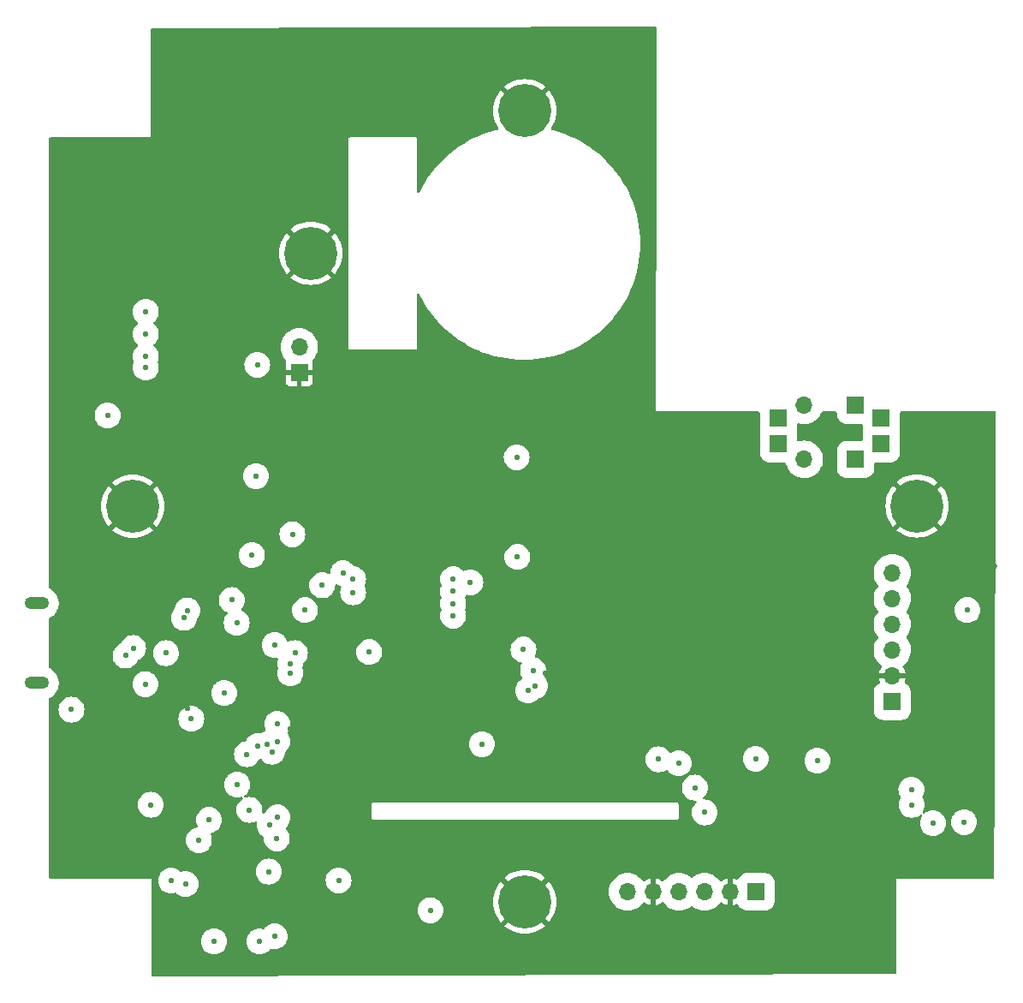
<source format=gbr>
%TF.GenerationSoftware,KiCad,Pcbnew,8.0.4*%
%TF.CreationDate,2025-02-07T11:38:19-05:00*%
%TF.ProjectId,payload_board,7061796c-6f61-4645-9f62-6f6172642e6b,1.0*%
%TF.SameCoordinates,Original*%
%TF.FileFunction,Copper,L3,Inr*%
%TF.FilePolarity,Positive*%
%FSLAX46Y46*%
G04 Gerber Fmt 4.6, Leading zero omitted, Abs format (unit mm)*
G04 Created by KiCad (PCBNEW 8.0.4) date 2025-02-07 11:38:19*
%MOMM*%
%LPD*%
G01*
G04 APERTURE LIST*
%TA.AperFunction,ComponentPad*%
%ADD10C,5.250000*%
%TD*%
%TA.AperFunction,ComponentPad*%
%ADD11R,1.700000X1.700000*%
%TD*%
%TA.AperFunction,ComponentPad*%
%ADD12O,1.700000X1.700000*%
%TD*%
%TA.AperFunction,ComponentPad*%
%ADD13O,2.416000X1.208000*%
%TD*%
%TA.AperFunction,ViaPad*%
%ADD14C,0.550000*%
%TD*%
%TA.AperFunction,ViaPad*%
%ADD15C,0.800000*%
%TD*%
G04 APERTURE END LIST*
D10*
%TO.N,GND*%
%TO.C,*%
X101782992Y-62956243D03*
%TD*%
D11*
%TO.N,CIN-*%
%TO.C,J2*%
X99340000Y-82270000D03*
D12*
%TO.N,GND*%
X99340000Y-79730000D03*
%TO.N,SPI1_SCK_Cam*%
X99340000Y-77190000D03*
%TO.N,SPI1_MISO_Cam*%
X99340000Y-74650000D03*
%TO.N,SPI1_MOSI_Cam*%
X99340000Y-72110000D03*
%TO.N,SPI1_CS_Cam*%
X99340000Y-69570000D03*
%TD*%
D11*
%TO.N,SWCLK*%
%TO.C,J15*%
X85852000Y-101092000D03*
D12*
%TO.N,GND*%
X83312000Y-101092000D03*
%TO.N,SWDIO*%
X80772000Y-101092000D03*
%TO.N,UART1_TX*%
X78232000Y-101092000D03*
%TO.N,GND*%
X75692000Y-101092000D03*
%TO.N,UART1_RX*%
X73152000Y-101092000D03*
%TD*%
D11*
%TO.N,GND*%
%TO.C,J12*%
X40676000Y-49777000D03*
D12*
%TO.N,+3.3V*%
X40676000Y-47237000D03*
%TD*%
D10*
%TO.N,GND*%
%TO.C,*%
X24195000Y-63000000D03*
%TD*%
%TO.N,GND*%
%TO.C,J2*%
X62988996Y-102081941D03*
%TD*%
D11*
%TO.N,BGND*%
%TO.C,J_Burn*%
X95705000Y-58360000D03*
X98245000Y-56800000D03*
X98245000Y-54260000D03*
X95705000Y-52990000D03*
D12*
%TO.N,BPWR*%
X90625000Y-58360000D03*
D11*
X88085000Y-56800000D03*
X88085000Y-54260000D03*
D12*
X90625000Y-52990000D03*
%TD*%
D10*
%TO.N,GND*%
%TO.C,*%
X41822243Y-37976859D03*
%TD*%
D13*
%TO.N,N/C*%
%TO.C,J7*%
X14700000Y-80467500D03*
X14700000Y-72567500D03*
%TD*%
D10*
%TO.N,GND*%
%TO.C,J5*%
X62988996Y-23896243D03*
%TD*%
D14*
%TO.N,GND*%
X29615642Y-82963055D03*
X32248843Y-82971059D03*
X32224832Y-80325852D03*
X29595750Y-80323189D03*
X19280000Y-96560000D03*
X28930000Y-77100000D03*
X93890000Y-88070000D03*
X39250000Y-81250000D03*
X39750000Y-85000000D03*
X25460000Y-98880000D03*
X94750000Y-73350000D03*
X67160000Y-77240000D03*
X28150000Y-88140000D03*
X33750000Y-89000000D03*
X65000000Y-79500000D03*
X36670000Y-84150000D03*
X94540000Y-75830000D03*
X32750000Y-74750000D03*
X65500000Y-86500000D03*
X24830000Y-85470000D03*
X40900000Y-82200000D03*
D15*
X109290000Y-68880000D03*
D14*
X95170000Y-70710000D03*
X65000000Y-71500000D03*
X56750000Y-77750000D03*
%TO.N,I2C1_SDA*%
X38460000Y-95810000D03*
X106430000Y-94210000D03*
%TO.N,I2C1_SCL*%
X37750000Y-94500000D03*
X103350000Y-94310000D03*
%TO.N,SPI0_CS_DISP*%
X63800000Y-79200000D03*
X55900000Y-71400000D03*
%TO.N,Cam_RST*%
X34544000Y-90500000D03*
X36561699Y-86708301D03*
%TO.N,SPI1_SCK_Cam*%
X35500000Y-87500000D03*
X78200000Y-88400000D03*
%TO.N,SPI1_MOSI_Cam*%
X38000000Y-87250000D03*
X76200000Y-88000000D03*
%TO.N,Disp_RST*%
X55900000Y-70200000D03*
X62850000Y-77150000D03*
%TO.N,/USBBOOT*%
X26000000Y-92500000D03*
X31750000Y-94000000D03*
X30750000Y-96000000D03*
X37500000Y-86500000D03*
%TO.N,Disp_DC*%
X38500000Y-86250000D03*
X58750000Y-86500000D03*
%TO.N,SWCLK*%
X39800000Y-79500000D03*
X79800000Y-90800000D03*
%TO.N,SWDIO*%
X39800000Y-78540000D03*
X80772000Y-93250000D03*
%TO.N,/~{RESET}*%
X38250000Y-76700000D03*
X44570000Y-99970000D03*
%TO.N,SPI0_MISO*%
X25500000Y-43770000D03*
X46000000Y-71500000D03*
%TO.N,SPI0_CS_SD*%
X42950000Y-70800000D03*
X25500000Y-49270000D03*
%TO.N,SPI0_SCK*%
X55900000Y-73800000D03*
X63300000Y-81200000D03*
X25500000Y-45970000D03*
X46000000Y-70200000D03*
%TO.N,SPI0_MOSI*%
X45000000Y-69600000D03*
X55900000Y-72600000D03*
X64000000Y-80750000D03*
X25500000Y-48170000D03*
%TO.N,WDT_WDI*%
X37661960Y-99098040D03*
X34500000Y-74500000D03*
%TO.N,ADC0*%
X34000000Y-72250000D03*
X29610000Y-73290000D03*
%TO.N,ADC1*%
X47600000Y-77400000D03*
X29280000Y-74020000D03*
X91920000Y-88130000D03*
X41250000Y-73250000D03*
%TO.N,+3.3V*%
X27500000Y-77500000D03*
X33250000Y-81450000D03*
X32250000Y-106000000D03*
X40250000Y-77500000D03*
X30000000Y-84000000D03*
X62250000Y-68000000D03*
X62187500Y-58140000D03*
X53661000Y-102922000D03*
X85820000Y-87940000D03*
X21720000Y-54010000D03*
X57600000Y-70500000D03*
X25460000Y-80570000D03*
X36400000Y-60000000D03*
X18150000Y-83090000D03*
%TO.N,SD_IND*%
X38500000Y-84500000D03*
X36525000Y-49000000D03*
%TO.N,VBUS*%
X40000000Y-65750000D03*
%TO.N,/D-*%
X24250000Y-77000000D03*
%TO.N,/D+*%
X23500000Y-77750000D03*
%TO.N,UART1_TX*%
X28000000Y-100000000D03*
X36750000Y-106000000D03*
%TO.N,UART1_RX*%
X38250000Y-105500000D03*
X29425000Y-100325000D03*
%TO.N,Net-(IC1-GPIO25)*%
X36000000Y-67812802D03*
%TO.N,CIN-*%
X106750000Y-73250000D03*
%TO.N,BURN_A*%
X38530000Y-93750000D03*
X101250000Y-92500000D03*
%TO.N,BURN_B*%
X35750000Y-93000000D03*
X101220000Y-90990000D03*
%TD*%
%TA.AperFunction,Conductor*%
%TO.N,GND*%
G36*
X75976507Y-15599944D02*
G01*
X76022416Y-15652614D01*
X76033773Y-15704455D01*
X76033773Y-26391307D01*
X75964890Y-53186988D01*
X75963773Y-53621307D01*
X86110427Y-53615330D01*
X86177478Y-53634975D01*
X86223264Y-53687752D01*
X86234500Y-53739330D01*
X86234500Y-55168028D01*
X86234501Y-55168034D01*
X86245113Y-55287415D01*
X86301091Y-55483050D01*
X86301474Y-55484009D01*
X86301527Y-55484575D01*
X86302821Y-55489096D01*
X86301978Y-55489337D01*
X86308058Y-55553568D01*
X86301474Y-55575991D01*
X86301091Y-55576949D01*
X86245114Y-55772583D01*
X86245113Y-55772586D01*
X86234500Y-55891966D01*
X86234500Y-57708028D01*
X86234501Y-57708034D01*
X86245113Y-57827415D01*
X86301089Y-58023045D01*
X86301090Y-58023048D01*
X86301091Y-58023049D01*
X86395302Y-58203407D01*
X86395304Y-58203409D01*
X86523890Y-58361109D01*
X86617803Y-58437684D01*
X86681593Y-58489698D01*
X86861951Y-58583909D01*
X87057582Y-58639886D01*
X87176963Y-58650500D01*
X88694489Y-58650499D01*
X88761528Y-58670184D01*
X88807283Y-58722987D01*
X88815655Y-58748140D01*
X88844921Y-58882672D01*
X88844922Y-58882676D01*
X88844923Y-58882678D01*
X88874884Y-58963007D01*
X88937426Y-59130690D01*
X88937428Y-59130694D01*
X89064280Y-59363005D01*
X89064285Y-59363013D01*
X89222906Y-59574907D01*
X89222922Y-59574925D01*
X89410074Y-59762077D01*
X89410092Y-59762093D01*
X89621986Y-59920714D01*
X89621994Y-59920719D01*
X89854305Y-60047571D01*
X89854309Y-60047573D01*
X89854311Y-60047574D01*
X90102322Y-60140077D01*
X90102325Y-60140077D01*
X90102326Y-60140078D01*
X90119942Y-60143910D01*
X90360974Y-60196343D01*
X90604660Y-60213772D01*
X90624999Y-60215227D01*
X90625000Y-60215227D01*
X90625001Y-60215227D01*
X90643885Y-60213876D01*
X90889026Y-60196343D01*
X91147678Y-60140077D01*
X91395689Y-60047574D01*
X91628011Y-59920716D01*
X91839915Y-59762087D01*
X92027087Y-59574915D01*
X92185716Y-59363011D01*
X92312574Y-59130689D01*
X92405077Y-58882678D01*
X92461343Y-58624026D01*
X92480227Y-58360000D01*
X92461343Y-58095974D01*
X92405077Y-57837322D01*
X92312574Y-57589311D01*
X92185716Y-57356989D01*
X92167445Y-57332582D01*
X92027093Y-57145092D01*
X92027077Y-57145074D01*
X91839925Y-56957922D01*
X91839907Y-56957906D01*
X91628013Y-56799285D01*
X91628005Y-56799280D01*
X91395694Y-56672428D01*
X91395690Y-56672426D01*
X91147673Y-56579921D01*
X90889034Y-56523658D01*
X90889027Y-56523657D01*
X90625001Y-56504773D01*
X90624999Y-56504773D01*
X90360972Y-56523657D01*
X90360965Y-56523658D01*
X90102320Y-56579923D01*
X90098066Y-56581172D01*
X90097750Y-56580097D01*
X90033133Y-56584714D01*
X89971812Y-56551225D01*
X89938331Y-56489900D01*
X89935499Y-56463550D01*
X89935499Y-55891971D01*
X89935499Y-55891964D01*
X89924886Y-55772582D01*
X89868909Y-55576951D01*
X89868903Y-55576939D01*
X89868531Y-55576006D01*
X89868477Y-55575442D01*
X89867179Y-55570904D01*
X89868024Y-55570662D01*
X89861938Y-55506448D01*
X89868531Y-55483994D01*
X89868901Y-55483063D01*
X89868909Y-55483049D01*
X89924886Y-55287418D01*
X89935500Y-55168037D01*
X89935499Y-54886446D01*
X89955183Y-54819409D01*
X90007987Y-54773654D01*
X90077146Y-54763710D01*
X90098017Y-54769039D01*
X90098079Y-54768831D01*
X90102314Y-54770074D01*
X90102322Y-54770077D01*
X90360974Y-54826343D01*
X90604660Y-54843772D01*
X90624999Y-54845227D01*
X90625000Y-54845227D01*
X90625001Y-54845227D01*
X90643885Y-54843876D01*
X90889026Y-54826343D01*
X91147678Y-54770077D01*
X91395689Y-54677574D01*
X91628011Y-54550716D01*
X91839915Y-54392087D01*
X92027087Y-54204915D01*
X92185716Y-53993011D01*
X92312574Y-53760689D01*
X92338096Y-53692259D01*
X92379967Y-53636326D01*
X92445431Y-53611909D01*
X92454196Y-53611593D01*
X93730427Y-53610841D01*
X93797478Y-53630486D01*
X93843264Y-53683263D01*
X93854500Y-53734840D01*
X93854500Y-53898028D01*
X93854501Y-53898034D01*
X93865113Y-54017415D01*
X93921089Y-54213045D01*
X93921090Y-54213048D01*
X93921091Y-54213049D01*
X94015302Y-54393407D01*
X94015304Y-54393409D01*
X94143890Y-54551109D01*
X94237803Y-54627684D01*
X94301593Y-54679698D01*
X94481951Y-54773909D01*
X94677582Y-54829886D01*
X94796963Y-54840500D01*
X96270500Y-54840499D01*
X96337539Y-54860184D01*
X96383294Y-54912987D01*
X96394500Y-54964498D01*
X96394500Y-55168028D01*
X96394501Y-55168034D01*
X96405113Y-55287415D01*
X96461091Y-55483050D01*
X96461474Y-55484009D01*
X96461527Y-55484575D01*
X96462821Y-55489096D01*
X96461978Y-55489337D01*
X96468058Y-55553568D01*
X96461474Y-55575991D01*
X96461091Y-55576949D01*
X96405114Y-55772583D01*
X96405113Y-55772586D01*
X96394500Y-55891966D01*
X96394500Y-56385500D01*
X96374815Y-56452539D01*
X96322011Y-56498294D01*
X96270500Y-56509500D01*
X94796971Y-56509500D01*
X94796965Y-56509500D01*
X94796964Y-56509501D01*
X94785316Y-56510536D01*
X94677584Y-56520113D01*
X94481954Y-56576089D01*
X94391772Y-56623196D01*
X94301593Y-56670302D01*
X94301591Y-56670303D01*
X94301590Y-56670304D01*
X94143890Y-56798890D01*
X94031405Y-56936844D01*
X94015302Y-56956593D01*
X94014608Y-56957922D01*
X93921089Y-57136954D01*
X93865114Y-57332583D01*
X93865113Y-57332586D01*
X93854500Y-57451966D01*
X93854500Y-59268028D01*
X93854501Y-59268034D01*
X93865113Y-59387415D01*
X93921089Y-59583045D01*
X93921090Y-59583048D01*
X93921091Y-59583049D01*
X94015302Y-59763407D01*
X94015304Y-59763409D01*
X94143890Y-59921109D01*
X94237803Y-59997684D01*
X94301593Y-60049698D01*
X94481951Y-60143909D01*
X94677582Y-60199886D01*
X94796963Y-60210500D01*
X96613036Y-60210499D01*
X96732418Y-60199886D01*
X96928049Y-60143909D01*
X97108407Y-60049698D01*
X97266109Y-59921109D01*
X97394698Y-59763407D01*
X97488909Y-59583049D01*
X97544886Y-59387418D01*
X97555500Y-59268037D01*
X97555499Y-58774498D01*
X97575183Y-58707460D01*
X97627987Y-58661705D01*
X97679499Y-58650499D01*
X99153028Y-58650499D01*
X99153036Y-58650499D01*
X99272418Y-58639886D01*
X99468049Y-58583909D01*
X99648407Y-58489698D01*
X99806109Y-58361109D01*
X99934698Y-58203407D01*
X100028909Y-58023049D01*
X100084886Y-57827418D01*
X100095500Y-57708037D01*
X100095499Y-55891964D01*
X100084886Y-55772582D01*
X100028909Y-55576951D01*
X100028903Y-55576939D01*
X100028531Y-55576006D01*
X100028477Y-55575442D01*
X100027179Y-55570904D01*
X100028024Y-55570662D01*
X100021938Y-55506448D01*
X100028531Y-55483994D01*
X100028901Y-55483063D01*
X100028909Y-55483049D01*
X100084886Y-55287418D01*
X100095500Y-55168037D01*
X100095499Y-53731017D01*
X100115184Y-53663979D01*
X100167987Y-53618224D01*
X100219421Y-53607019D01*
X109462219Y-53601575D01*
X109529267Y-53621219D01*
X109575053Y-53673996D01*
X109586288Y-53726108D01*
X109431199Y-89729079D01*
X109388291Y-99689922D01*
X109388219Y-99706534D01*
X109368246Y-99773488D01*
X109315245Y-99819015D01*
X109264220Y-99830000D01*
X99789999Y-99830000D01*
X99770000Y-99849999D01*
X99770000Y-109075591D01*
X99750315Y-109142630D01*
X99697511Y-109188385D01*
X99646433Y-109199590D01*
X26204433Y-109455957D01*
X26137325Y-109436507D01*
X26091386Y-109383863D01*
X26080000Y-109331958D01*
X26080000Y-105999999D01*
X30969628Y-105999999D01*
X30969628Y-106000000D01*
X30989079Y-106222329D01*
X30989081Y-106222339D01*
X31046841Y-106437905D01*
X31046843Y-106437909D01*
X31046844Y-106437913D01*
X31141165Y-106640186D01*
X31269178Y-106823007D01*
X31426993Y-106980822D01*
X31609814Y-107108835D01*
X31812087Y-107203156D01*
X32027666Y-107260920D01*
X32205533Y-107276481D01*
X32249999Y-107280372D01*
X32250000Y-107280372D01*
X32250001Y-107280372D01*
X32287055Y-107277130D01*
X32472334Y-107260920D01*
X32687913Y-107203156D01*
X32890186Y-107108835D01*
X33073007Y-106980822D01*
X33230822Y-106823007D01*
X33358835Y-106640186D01*
X33453156Y-106437913D01*
X33510920Y-106222334D01*
X33530372Y-106000000D01*
X33530372Y-105999999D01*
X35469628Y-105999999D01*
X35469628Y-106000000D01*
X35489079Y-106222329D01*
X35489081Y-106222339D01*
X35546841Y-106437905D01*
X35546843Y-106437909D01*
X35546844Y-106437913D01*
X35641165Y-106640186D01*
X35769178Y-106823007D01*
X35926993Y-106980822D01*
X36109814Y-107108835D01*
X36312087Y-107203156D01*
X36527666Y-107260920D01*
X36705533Y-107276481D01*
X36749999Y-107280372D01*
X36750000Y-107280372D01*
X36750001Y-107280372D01*
X36787055Y-107277130D01*
X36972334Y-107260920D01*
X37187913Y-107203156D01*
X37390186Y-107108835D01*
X37573007Y-106980822D01*
X37730822Y-106823007D01*
X37764521Y-106774878D01*
X37819097Y-106731254D01*
X37888595Y-106724060D01*
X37898189Y-106726227D01*
X37942804Y-106738181D01*
X38027666Y-106760920D01*
X38205533Y-106776481D01*
X38249999Y-106780372D01*
X38250000Y-106780372D01*
X38250001Y-106780372D01*
X38287055Y-106777130D01*
X38472334Y-106760920D01*
X38687913Y-106703156D01*
X38890186Y-106608835D01*
X39073007Y-106480822D01*
X39230822Y-106323007D01*
X39358835Y-106140186D01*
X39453156Y-105937913D01*
X39510920Y-105722334D01*
X39530372Y-105500000D01*
X39510920Y-105277666D01*
X39453156Y-105062087D01*
X39358835Y-104859814D01*
X39230822Y-104676993D01*
X39073007Y-104519178D01*
X38890186Y-104391165D01*
X38687913Y-104296844D01*
X38687909Y-104296843D01*
X38687905Y-104296841D01*
X38472339Y-104239081D01*
X38472329Y-104239079D01*
X38250001Y-104219628D01*
X38249999Y-104219628D01*
X38027670Y-104239079D01*
X38027660Y-104239081D01*
X37812094Y-104296841D01*
X37812087Y-104296843D01*
X37812087Y-104296844D01*
X37609814Y-104391165D01*
X37426993Y-104519178D01*
X37426991Y-104519179D01*
X37426988Y-104519182D01*
X37269181Y-104676989D01*
X37269176Y-104676995D01*
X37235477Y-104725122D01*
X37180899Y-104768746D01*
X37111401Y-104775938D01*
X37101810Y-104773772D01*
X36972339Y-104739081D01*
X36972329Y-104739079D01*
X36750001Y-104719628D01*
X36749999Y-104719628D01*
X36527670Y-104739079D01*
X36527660Y-104739081D01*
X36312094Y-104796841D01*
X36312087Y-104796843D01*
X36312087Y-104796844D01*
X36109814Y-104891165D01*
X35926993Y-105019178D01*
X35926991Y-105019179D01*
X35926988Y-105019182D01*
X35769182Y-105176988D01*
X35769179Y-105176991D01*
X35769178Y-105176993D01*
X35744761Y-105211864D01*
X35641165Y-105359814D01*
X35546845Y-105562085D01*
X35546841Y-105562094D01*
X35489081Y-105777660D01*
X35489079Y-105777670D01*
X35469628Y-105999999D01*
X33530372Y-105999999D01*
X33510920Y-105777666D01*
X33453156Y-105562087D01*
X33358835Y-105359814D01*
X33230822Y-105176993D01*
X33073007Y-105019178D01*
X32890186Y-104891165D01*
X32687913Y-104796844D01*
X32687909Y-104796843D01*
X32687905Y-104796841D01*
X32472339Y-104739081D01*
X32472329Y-104739079D01*
X32250001Y-104719628D01*
X32249999Y-104719628D01*
X32027670Y-104739079D01*
X32027660Y-104739081D01*
X31812094Y-104796841D01*
X31812087Y-104796843D01*
X31812087Y-104796844D01*
X31609814Y-104891165D01*
X31426993Y-105019178D01*
X31426991Y-105019179D01*
X31426988Y-105019182D01*
X31269182Y-105176988D01*
X31269179Y-105176991D01*
X31269178Y-105176993D01*
X31244761Y-105211864D01*
X31141165Y-105359814D01*
X31046845Y-105562085D01*
X31046841Y-105562094D01*
X30989081Y-105777660D01*
X30989079Y-105777670D01*
X30969628Y-105999999D01*
X26080000Y-105999999D01*
X26080000Y-102921999D01*
X52380628Y-102921999D01*
X52380628Y-102922000D01*
X52400079Y-103144329D01*
X52400081Y-103144339D01*
X52457841Y-103359905D01*
X52457843Y-103359909D01*
X52457844Y-103359913D01*
X52552165Y-103562186D01*
X52680178Y-103745007D01*
X52837993Y-103902822D01*
X53020814Y-104030835D01*
X53223087Y-104125156D01*
X53438666Y-104182920D01*
X53616533Y-104198481D01*
X53660999Y-104202372D01*
X53661000Y-104202372D01*
X53661001Y-104202372D01*
X53698055Y-104199130D01*
X53883334Y-104182920D01*
X54098913Y-104125156D01*
X54301186Y-104030835D01*
X54484007Y-103902822D01*
X54641822Y-103745007D01*
X54769835Y-103562186D01*
X54864156Y-103359913D01*
X54921920Y-103144334D01*
X54941372Y-102922000D01*
X54921920Y-102699666D01*
X54866837Y-102494093D01*
X54864158Y-102484094D01*
X54864157Y-102484093D01*
X54864156Y-102484087D01*
X54769835Y-102281814D01*
X54641822Y-102098993D01*
X54624770Y-102081941D01*
X59859072Y-102081941D01*
X59878751Y-102432376D01*
X59878753Y-102432388D01*
X59937545Y-102778411D01*
X59937547Y-102778420D01*
X60034712Y-103115686D01*
X60169028Y-103439957D01*
X60169030Y-103439961D01*
X60338814Y-103747161D01*
X60541924Y-104033418D01*
X60608956Y-104108426D01*
X61766336Y-102951046D01*
X61844860Y-103059125D01*
X62011812Y-103226077D01*
X62119889Y-103304599D01*
X60962509Y-104461979D01*
X61037518Y-104529012D01*
X61323775Y-104732122D01*
X61630975Y-104901906D01*
X61630979Y-104901908D01*
X61955250Y-105036224D01*
X62292516Y-105133389D01*
X62292525Y-105133391D01*
X62638548Y-105192183D01*
X62638560Y-105192185D01*
X62988996Y-105211864D01*
X63339431Y-105192185D01*
X63339443Y-105192183D01*
X63685466Y-105133391D01*
X63685475Y-105133389D01*
X64022741Y-105036224D01*
X64347012Y-104901908D01*
X64347016Y-104901906D01*
X64654216Y-104732122D01*
X64940473Y-104529012D01*
X65015481Y-104461979D01*
X63858102Y-103304600D01*
X63966180Y-103226077D01*
X64133132Y-103059125D01*
X64211655Y-102951047D01*
X65369034Y-104108426D01*
X65436067Y-104033418D01*
X65639177Y-103747161D01*
X65808961Y-103439961D01*
X65808963Y-103439957D01*
X65943279Y-103115686D01*
X66040444Y-102778420D01*
X66040446Y-102778411D01*
X66099238Y-102432388D01*
X66099240Y-102432376D01*
X66118919Y-102081941D01*
X66099240Y-101731505D01*
X66099238Y-101731493D01*
X66040446Y-101385470D01*
X66040444Y-101385461D01*
X65955898Y-101091998D01*
X71296773Y-101091998D01*
X71296773Y-101092001D01*
X71315657Y-101356027D01*
X71315658Y-101356034D01*
X71371921Y-101614673D01*
X71464426Y-101862690D01*
X71464428Y-101862694D01*
X71591280Y-102095005D01*
X71591285Y-102095013D01*
X71749906Y-102306907D01*
X71749922Y-102306925D01*
X71937074Y-102494077D01*
X71937092Y-102494093D01*
X72148986Y-102652714D01*
X72148994Y-102652719D01*
X72381305Y-102779571D01*
X72381309Y-102779573D01*
X72381311Y-102779574D01*
X72629322Y-102872077D01*
X72629325Y-102872077D01*
X72629326Y-102872078D01*
X72646942Y-102875910D01*
X72887974Y-102928343D01*
X73131660Y-102945772D01*
X73151999Y-102947227D01*
X73152000Y-102947227D01*
X73152001Y-102947227D01*
X73170885Y-102945876D01*
X73416026Y-102928343D01*
X73674678Y-102872077D01*
X73922689Y-102779574D01*
X74155011Y-102652716D01*
X74366915Y-102494087D01*
X74554087Y-102306915D01*
X74660701Y-102164494D01*
X74716634Y-102122623D01*
X74786326Y-102117639D01*
X74831092Y-102137230D01*
X75014421Y-102265600D01*
X75228507Y-102365429D01*
X75228516Y-102365433D01*
X75442000Y-102422634D01*
X75442000Y-101525012D01*
X75499007Y-101557925D01*
X75626174Y-101592000D01*
X75757826Y-101592000D01*
X75884993Y-101557925D01*
X75942000Y-101525012D01*
X75942000Y-102422633D01*
X76155483Y-102365433D01*
X76155492Y-102365429D01*
X76369578Y-102265600D01*
X76552908Y-102137230D01*
X76619114Y-102114903D01*
X76686882Y-102131913D01*
X76723299Y-102164495D01*
X76829906Y-102306907D01*
X76829922Y-102306925D01*
X77017074Y-102494077D01*
X77017092Y-102494093D01*
X77228986Y-102652714D01*
X77228994Y-102652719D01*
X77461305Y-102779571D01*
X77461309Y-102779573D01*
X77461311Y-102779574D01*
X77709322Y-102872077D01*
X77709325Y-102872077D01*
X77709326Y-102872078D01*
X77726942Y-102875910D01*
X77967974Y-102928343D01*
X78211660Y-102945772D01*
X78231999Y-102947227D01*
X78232000Y-102947227D01*
X78232001Y-102947227D01*
X78250885Y-102945876D01*
X78496026Y-102928343D01*
X78754678Y-102872077D01*
X79002689Y-102779574D01*
X79235011Y-102652716D01*
X79345155Y-102570263D01*
X79427690Y-102508479D01*
X79493154Y-102484062D01*
X79561427Y-102498914D01*
X79576310Y-102508479D01*
X79768986Y-102652714D01*
X79768994Y-102652719D01*
X80001305Y-102779571D01*
X80001309Y-102779573D01*
X80001311Y-102779574D01*
X80249322Y-102872077D01*
X80249325Y-102872077D01*
X80249326Y-102872078D01*
X80266942Y-102875910D01*
X80507974Y-102928343D01*
X80751660Y-102945772D01*
X80771999Y-102947227D01*
X80772000Y-102947227D01*
X80772001Y-102947227D01*
X80790885Y-102945876D01*
X81036026Y-102928343D01*
X81294678Y-102872077D01*
X81542689Y-102779574D01*
X81775011Y-102652716D01*
X81986915Y-102494087D01*
X82174087Y-102306915D01*
X82280701Y-102164494D01*
X82336634Y-102122623D01*
X82406326Y-102117639D01*
X82451092Y-102137230D01*
X82634421Y-102265600D01*
X82848507Y-102365429D01*
X82848516Y-102365433D01*
X83062000Y-102422634D01*
X83062000Y-101525012D01*
X83119007Y-101557925D01*
X83246174Y-101592000D01*
X83377826Y-101592000D01*
X83504993Y-101557925D01*
X83562000Y-101525012D01*
X83562000Y-102422633D01*
X83775483Y-102365433D01*
X83775492Y-102365430D01*
X83924510Y-102295941D01*
X83993587Y-102285449D01*
X84057371Y-102313968D01*
X84086823Y-102350909D01*
X84162302Y-102495407D01*
X84162304Y-102495409D01*
X84290890Y-102653109D01*
X84384803Y-102729684D01*
X84448593Y-102781698D01*
X84628951Y-102875909D01*
X84824582Y-102931886D01*
X84943963Y-102942500D01*
X86760036Y-102942499D01*
X86879418Y-102931886D01*
X87075049Y-102875909D01*
X87255407Y-102781698D01*
X87413109Y-102653109D01*
X87541698Y-102495407D01*
X87635909Y-102315049D01*
X87691886Y-102119418D01*
X87702500Y-102000037D01*
X87702499Y-100183964D01*
X87691886Y-100064582D01*
X87640042Y-99883395D01*
X87635910Y-99868954D01*
X87635909Y-99868953D01*
X87635909Y-99868951D01*
X87541698Y-99688593D01*
X87438552Y-99562094D01*
X87413109Y-99530890D01*
X87258014Y-99404428D01*
X87255407Y-99402302D01*
X87075049Y-99308091D01*
X87075048Y-99308090D01*
X87075045Y-99308089D01*
X86957829Y-99274550D01*
X86879418Y-99252114D01*
X86879415Y-99252113D01*
X86879413Y-99252113D01*
X86813102Y-99246217D01*
X86760037Y-99241500D01*
X86760032Y-99241500D01*
X84943971Y-99241500D01*
X84943965Y-99241500D01*
X84943964Y-99241501D01*
X84932316Y-99242536D01*
X84824584Y-99252113D01*
X84628954Y-99308089D01*
X84587364Y-99329814D01*
X84448593Y-99402302D01*
X84448591Y-99402303D01*
X84448590Y-99402304D01*
X84290890Y-99530890D01*
X84162302Y-99688593D01*
X84162300Y-99688595D01*
X84086823Y-99833088D01*
X84038336Y-99883395D01*
X83970349Y-99899502D01*
X83924510Y-99888058D01*
X83775492Y-99818570D01*
X83775486Y-99818567D01*
X83562000Y-99761364D01*
X83562000Y-100658988D01*
X83504993Y-100626075D01*
X83377826Y-100592000D01*
X83246174Y-100592000D01*
X83119007Y-100626075D01*
X83062000Y-100658988D01*
X83062000Y-99761364D01*
X83061999Y-99761364D01*
X82848513Y-99818567D01*
X82848507Y-99818570D01*
X82634422Y-99918399D01*
X82634420Y-99918400D01*
X82451090Y-100046769D01*
X82384884Y-100069096D01*
X82317117Y-100052086D01*
X82280700Y-100019504D01*
X82174093Y-99877092D01*
X82174077Y-99877074D01*
X81986925Y-99689922D01*
X81986907Y-99689906D01*
X81775013Y-99531285D01*
X81775005Y-99531280D01*
X81542694Y-99404428D01*
X81542690Y-99404426D01*
X81294673Y-99311921D01*
X81036034Y-99255658D01*
X81036027Y-99255657D01*
X80772001Y-99236773D01*
X80771999Y-99236773D01*
X80507972Y-99255657D01*
X80507965Y-99255658D01*
X80249326Y-99311921D01*
X80001309Y-99404426D01*
X80001305Y-99404428D01*
X79768994Y-99531280D01*
X79768986Y-99531285D01*
X79576310Y-99675520D01*
X79510845Y-99699937D01*
X79442573Y-99685085D01*
X79427690Y-99675520D01*
X79235013Y-99531285D01*
X79235005Y-99531280D01*
X79002694Y-99404428D01*
X79002690Y-99404426D01*
X78754673Y-99311921D01*
X78496034Y-99255658D01*
X78496027Y-99255657D01*
X78232001Y-99236773D01*
X78231999Y-99236773D01*
X77967972Y-99255657D01*
X77967965Y-99255658D01*
X77709326Y-99311921D01*
X77461309Y-99404426D01*
X77461305Y-99404428D01*
X77228994Y-99531280D01*
X77228986Y-99531285D01*
X77017092Y-99689906D01*
X77017074Y-99689922D01*
X76829922Y-99877074D01*
X76829912Y-99877086D01*
X76723298Y-100019505D01*
X76667364Y-100061376D01*
X76597672Y-100066360D01*
X76552907Y-100046769D01*
X76369578Y-99918399D01*
X76155492Y-99818570D01*
X76155486Y-99818567D01*
X75942000Y-99761364D01*
X75942000Y-100658988D01*
X75884993Y-100626075D01*
X75757826Y-100592000D01*
X75626174Y-100592000D01*
X75499007Y-100626075D01*
X75442000Y-100658988D01*
X75442000Y-99761364D01*
X75441999Y-99761364D01*
X75228513Y-99818567D01*
X75228507Y-99818570D01*
X75014422Y-99918399D01*
X75014420Y-99918400D01*
X74831090Y-100046769D01*
X74764884Y-100069096D01*
X74697117Y-100052086D01*
X74660700Y-100019504D01*
X74554093Y-99877092D01*
X74554077Y-99877074D01*
X74366925Y-99689922D01*
X74366907Y-99689906D01*
X74155013Y-99531285D01*
X74155005Y-99531280D01*
X73922694Y-99404428D01*
X73922690Y-99404426D01*
X73674673Y-99311921D01*
X73416034Y-99255658D01*
X73416027Y-99255657D01*
X73152001Y-99236773D01*
X73151999Y-99236773D01*
X72887972Y-99255657D01*
X72887965Y-99255658D01*
X72629326Y-99311921D01*
X72381309Y-99404426D01*
X72381305Y-99404428D01*
X72148994Y-99531280D01*
X72148986Y-99531285D01*
X71937092Y-99689906D01*
X71937074Y-99689922D01*
X71749922Y-99877074D01*
X71749906Y-99877092D01*
X71591285Y-100088986D01*
X71591280Y-100088994D01*
X71464428Y-100321305D01*
X71464426Y-100321309D01*
X71371921Y-100569326D01*
X71315658Y-100827965D01*
X71315657Y-100827972D01*
X71296773Y-101091998D01*
X65955898Y-101091998D01*
X65943279Y-101048195D01*
X65808963Y-100723924D01*
X65808961Y-100723920D01*
X65639177Y-100416720D01*
X65436067Y-100130463D01*
X65369034Y-100055454D01*
X64211654Y-101212834D01*
X64133132Y-101104757D01*
X63966180Y-100937805D01*
X63858102Y-100859281D01*
X65015482Y-99701901D01*
X64940473Y-99634869D01*
X64654216Y-99431759D01*
X64347016Y-99261975D01*
X64347012Y-99261973D01*
X64022741Y-99127657D01*
X63685475Y-99030492D01*
X63685466Y-99030490D01*
X63339443Y-98971698D01*
X63339431Y-98971696D01*
X62988996Y-98952017D01*
X62638560Y-98971696D01*
X62638548Y-98971698D01*
X62292525Y-99030490D01*
X62292516Y-99030492D01*
X61955250Y-99127657D01*
X61630979Y-99261973D01*
X61630975Y-99261975D01*
X61323771Y-99431761D01*
X61323766Y-99431764D01*
X61037524Y-99634865D01*
X61037516Y-99634870D01*
X60962509Y-99701900D01*
X60962509Y-99701901D01*
X62119889Y-100859281D01*
X62011812Y-100937805D01*
X61844860Y-101104757D01*
X61766336Y-101212834D01*
X60608956Y-100055454D01*
X60608955Y-100055454D01*
X60541925Y-100130461D01*
X60541920Y-100130469D01*
X60338819Y-100416711D01*
X60338816Y-100416716D01*
X60169030Y-100723920D01*
X60169028Y-100723924D01*
X60034712Y-101048195D01*
X59937547Y-101385461D01*
X59937545Y-101385470D01*
X59878753Y-101731493D01*
X59878751Y-101731505D01*
X59859072Y-102081941D01*
X54624770Y-102081941D01*
X54484007Y-101941178D01*
X54301186Y-101813165D01*
X54098913Y-101718844D01*
X54098909Y-101718843D01*
X54098905Y-101718841D01*
X53883339Y-101661081D01*
X53883329Y-101661079D01*
X53661001Y-101641628D01*
X53660999Y-101641628D01*
X53438670Y-101661079D01*
X53438660Y-101661081D01*
X53223094Y-101718841D01*
X53223087Y-101718843D01*
X53223087Y-101718844D01*
X53020814Y-101813165D01*
X52837993Y-101941178D01*
X52837991Y-101941179D01*
X52837988Y-101941182D01*
X52680182Y-102098988D01*
X52680179Y-102098991D01*
X52680178Y-102098993D01*
X52653404Y-102137230D01*
X52552165Y-102281814D01*
X52457845Y-102484085D01*
X52457841Y-102484094D01*
X52400081Y-102699660D01*
X52400079Y-102699670D01*
X52380628Y-102921999D01*
X26080000Y-102921999D01*
X26080000Y-99999999D01*
X26719628Y-99999999D01*
X26719628Y-100000000D01*
X26739079Y-100222329D01*
X26739081Y-100222339D01*
X26796841Y-100437905D01*
X26796843Y-100437909D01*
X26796844Y-100437913D01*
X26891165Y-100640186D01*
X27019178Y-100823007D01*
X27176993Y-100980822D01*
X27359814Y-101108835D01*
X27562087Y-101203156D01*
X27777666Y-101260920D01*
X27955533Y-101276481D01*
X27999999Y-101280372D01*
X28000000Y-101280372D01*
X28000001Y-101280372D01*
X28037055Y-101277130D01*
X28222334Y-101260920D01*
X28417199Y-101208706D01*
X28487046Y-101210369D01*
X28536971Y-101240800D01*
X28601993Y-101305822D01*
X28784814Y-101433835D01*
X28987087Y-101528156D01*
X29202666Y-101585920D01*
X29380533Y-101601481D01*
X29424999Y-101605372D01*
X29425000Y-101605372D01*
X29425001Y-101605372D01*
X29462055Y-101602130D01*
X29647334Y-101585920D01*
X29862913Y-101528156D01*
X30065186Y-101433835D01*
X30248007Y-101305822D01*
X30405822Y-101148007D01*
X30533835Y-100965186D01*
X30628156Y-100762913D01*
X30685920Y-100547334D01*
X30705372Y-100325000D01*
X30685920Y-100102666D01*
X30628156Y-99887087D01*
X30533835Y-99684814D01*
X30405822Y-99501993D01*
X30248007Y-99344178D01*
X30065186Y-99216165D01*
X29862913Y-99121844D01*
X29862909Y-99121843D01*
X29862905Y-99121841D01*
X29774074Y-99098039D01*
X36381588Y-99098039D01*
X36381588Y-99098040D01*
X36401039Y-99320369D01*
X36401041Y-99320379D01*
X36458801Y-99535945D01*
X36458803Y-99535949D01*
X36458804Y-99535953D01*
X36553125Y-99738226D01*
X36681138Y-99921047D01*
X36838953Y-100078862D01*
X37021774Y-100206875D01*
X37224047Y-100301196D01*
X37439626Y-100358960D01*
X37617493Y-100374521D01*
X37661959Y-100378412D01*
X37661960Y-100378412D01*
X37661961Y-100378412D01*
X37699015Y-100375170D01*
X37884294Y-100358960D01*
X38099873Y-100301196D01*
X38302146Y-100206875D01*
X38484967Y-100078862D01*
X38593830Y-99969999D01*
X43289628Y-99969999D01*
X43289628Y-99970000D01*
X43309079Y-100192329D01*
X43309081Y-100192339D01*
X43366841Y-100407905D01*
X43366843Y-100407909D01*
X43366844Y-100407913D01*
X43461165Y-100610186D01*
X43589178Y-100793007D01*
X43746993Y-100950822D01*
X43929814Y-101078835D01*
X44132087Y-101173156D01*
X44347666Y-101230920D01*
X44525533Y-101246481D01*
X44569999Y-101250372D01*
X44570000Y-101250372D01*
X44570001Y-101250372D01*
X44607055Y-101247130D01*
X44792334Y-101230920D01*
X45007913Y-101173156D01*
X45210186Y-101078835D01*
X45393007Y-100950822D01*
X45550822Y-100793007D01*
X45678835Y-100610186D01*
X45773156Y-100407913D01*
X45830920Y-100192334D01*
X45850372Y-99970000D01*
X45830920Y-99747666D01*
X45773156Y-99532087D01*
X45678835Y-99329814D01*
X45550822Y-99146993D01*
X45393007Y-98989178D01*
X45210186Y-98861165D01*
X45007913Y-98766844D01*
X45007909Y-98766843D01*
X45007905Y-98766841D01*
X44792339Y-98709081D01*
X44792329Y-98709079D01*
X44570001Y-98689628D01*
X44569999Y-98689628D01*
X44347670Y-98709079D01*
X44347660Y-98709081D01*
X44132094Y-98766841D01*
X44132087Y-98766843D01*
X44132087Y-98766844D01*
X43929814Y-98861165D01*
X43746993Y-98989178D01*
X43746991Y-98989179D01*
X43746988Y-98989182D01*
X43589182Y-99146988D01*
X43589179Y-99146991D01*
X43589178Y-99146993D01*
X43461165Y-99329814D01*
X43367219Y-99531284D01*
X43366845Y-99532085D01*
X43366841Y-99532094D01*
X43309081Y-99747660D01*
X43309079Y-99747670D01*
X43289628Y-99969999D01*
X38593830Y-99969999D01*
X38642782Y-99921047D01*
X38770795Y-99738226D01*
X38865116Y-99535953D01*
X38922880Y-99320374D01*
X38942332Y-99098040D01*
X38922880Y-98875706D01*
X38865116Y-98660127D01*
X38770795Y-98457854D01*
X38642782Y-98275033D01*
X38484967Y-98117218D01*
X38302146Y-97989205D01*
X38099873Y-97894884D01*
X38099869Y-97894883D01*
X38099865Y-97894881D01*
X37884299Y-97837121D01*
X37884289Y-97837119D01*
X37661961Y-97817668D01*
X37661959Y-97817668D01*
X37439630Y-97837119D01*
X37439620Y-97837121D01*
X37224054Y-97894881D01*
X37224047Y-97894883D01*
X37224047Y-97894884D01*
X37021774Y-97989205D01*
X36838953Y-98117218D01*
X36838951Y-98117219D01*
X36838948Y-98117222D01*
X36681142Y-98275028D01*
X36553125Y-98457854D01*
X36458805Y-98660125D01*
X36458801Y-98660134D01*
X36401041Y-98875700D01*
X36401039Y-98875710D01*
X36381588Y-99098039D01*
X29774074Y-99098039D01*
X29647339Y-99064081D01*
X29647329Y-99064079D01*
X29425001Y-99044628D01*
X29424999Y-99044628D01*
X29202670Y-99064079D01*
X29202660Y-99064081D01*
X29007802Y-99116293D01*
X28937952Y-99114630D01*
X28888028Y-99084199D01*
X28823011Y-99019182D01*
X28823007Y-99019178D01*
X28640186Y-98891165D01*
X28437913Y-98796844D01*
X28437909Y-98796843D01*
X28437905Y-98796841D01*
X28222339Y-98739081D01*
X28222329Y-98739079D01*
X28000001Y-98719628D01*
X27999999Y-98719628D01*
X27777670Y-98739079D01*
X27777660Y-98739081D01*
X27562094Y-98796841D01*
X27562087Y-98796843D01*
X27562087Y-98796844D01*
X27359814Y-98891165D01*
X27176993Y-99019178D01*
X27176991Y-99019179D01*
X27176988Y-99019182D01*
X27019182Y-99176988D01*
X27019179Y-99176991D01*
X27019178Y-99176993D01*
X26891165Y-99359814D01*
X26811210Y-99531280D01*
X26796845Y-99562085D01*
X26796841Y-99562094D01*
X26739081Y-99777660D01*
X26739079Y-99777670D01*
X26719628Y-99999999D01*
X26080000Y-99999999D01*
X26080000Y-99790000D01*
X25852674Y-99790000D01*
X25842674Y-99790000D01*
X16054145Y-99790000D01*
X15987106Y-99770315D01*
X15941351Y-99717511D01*
X15930145Y-99666000D01*
X15930145Y-95999999D01*
X29469628Y-95999999D01*
X29469628Y-96000000D01*
X29489079Y-96222329D01*
X29489081Y-96222339D01*
X29546841Y-96437905D01*
X29546843Y-96437909D01*
X29546844Y-96437913D01*
X29641165Y-96640186D01*
X29769178Y-96823007D01*
X29926993Y-96980822D01*
X30109814Y-97108835D01*
X30312087Y-97203156D01*
X30527666Y-97260920D01*
X30705533Y-97276481D01*
X30749999Y-97280372D01*
X30750000Y-97280372D01*
X30750001Y-97280372D01*
X30787055Y-97277130D01*
X30972334Y-97260920D01*
X31187913Y-97203156D01*
X31390186Y-97108835D01*
X31573007Y-96980822D01*
X31730822Y-96823007D01*
X31858835Y-96640186D01*
X31953156Y-96437913D01*
X32010920Y-96222334D01*
X32030372Y-96000000D01*
X32010920Y-95777666D01*
X31953156Y-95562087D01*
X31892900Y-95432868D01*
X31882409Y-95363792D01*
X31910929Y-95300008D01*
X31969405Y-95261769D01*
X31973152Y-95260700D01*
X32187913Y-95203156D01*
X32390186Y-95108835D01*
X32573007Y-94980822D01*
X32730822Y-94823007D01*
X32858835Y-94640186D01*
X32953156Y-94437913D01*
X33010920Y-94222334D01*
X33030372Y-94000000D01*
X33010920Y-93777666D01*
X32965682Y-93608834D01*
X32953158Y-93562094D01*
X32953157Y-93562093D01*
X32953156Y-93562087D01*
X32858835Y-93359814D01*
X32730822Y-93176993D01*
X32573007Y-93019178D01*
X32390186Y-92891165D01*
X32187913Y-92796844D01*
X32187909Y-92796843D01*
X32187905Y-92796841D01*
X31972339Y-92739081D01*
X31972329Y-92739079D01*
X31750001Y-92719628D01*
X31749999Y-92719628D01*
X31527670Y-92739079D01*
X31527660Y-92739081D01*
X31312094Y-92796841D01*
X31312087Y-92796843D01*
X31312087Y-92796844D01*
X31109814Y-92891165D01*
X30926993Y-93019178D01*
X30926991Y-93019179D01*
X30926988Y-93019182D01*
X30769182Y-93176988D01*
X30769179Y-93176991D01*
X30769178Y-93176993D01*
X30641165Y-93359814D01*
X30562898Y-93527660D01*
X30546845Y-93562085D01*
X30546841Y-93562094D01*
X30489081Y-93777660D01*
X30489079Y-93777670D01*
X30469628Y-93999999D01*
X30469628Y-94000000D01*
X30489079Y-94222329D01*
X30489081Y-94222339D01*
X30546841Y-94437905D01*
X30546846Y-94437919D01*
X30607098Y-94567130D01*
X30617590Y-94636207D01*
X30589070Y-94699991D01*
X30530593Y-94738230D01*
X30526810Y-94739309D01*
X30312091Y-94796842D01*
X30312087Y-94796844D01*
X30109814Y-94891165D01*
X29926993Y-95019178D01*
X29926991Y-95019179D01*
X29926988Y-95019182D01*
X29769182Y-95176988D01*
X29769179Y-95176991D01*
X29769178Y-95176993D01*
X29689474Y-95290822D01*
X29641165Y-95359814D01*
X29546845Y-95562085D01*
X29546841Y-95562094D01*
X29489081Y-95777660D01*
X29489079Y-95777670D01*
X29469628Y-95999999D01*
X15930145Y-95999999D01*
X15930145Y-92499999D01*
X24719628Y-92499999D01*
X24719628Y-92500000D01*
X24739079Y-92722329D01*
X24739081Y-92722339D01*
X24796841Y-92937905D01*
X24796843Y-92937909D01*
X24796844Y-92937913D01*
X24891165Y-93140186D01*
X25019178Y-93323007D01*
X25176993Y-93480822D01*
X25359814Y-93608835D01*
X25562087Y-93703156D01*
X25562093Y-93703157D01*
X25562094Y-93703158D01*
X25613980Y-93717060D01*
X25777666Y-93760920D01*
X25955533Y-93776481D01*
X25999999Y-93780372D01*
X26000000Y-93780372D01*
X26000001Y-93780372D01*
X26037055Y-93777130D01*
X26222334Y-93760920D01*
X26437913Y-93703156D01*
X26640186Y-93608835D01*
X26823007Y-93480822D01*
X26980822Y-93323007D01*
X27108835Y-93140186D01*
X27203156Y-92937913D01*
X27260920Y-92722334D01*
X27280372Y-92500000D01*
X27260920Y-92277666D01*
X27211022Y-92091442D01*
X27203158Y-92062094D01*
X27203157Y-92062093D01*
X27203156Y-92062087D01*
X27108835Y-91859814D01*
X26980822Y-91676993D01*
X26823007Y-91519178D01*
X26640186Y-91391165D01*
X26437913Y-91296844D01*
X26437909Y-91296843D01*
X26437905Y-91296841D01*
X26222339Y-91239081D01*
X26222329Y-91239079D01*
X26000001Y-91219628D01*
X25999999Y-91219628D01*
X25777670Y-91239079D01*
X25777660Y-91239081D01*
X25562094Y-91296841D01*
X25562087Y-91296843D01*
X25562087Y-91296844D01*
X25359814Y-91391165D01*
X25176993Y-91519178D01*
X25176991Y-91519179D01*
X25176988Y-91519182D01*
X25019182Y-91676988D01*
X25019179Y-91676991D01*
X25019178Y-91676993D01*
X24912550Y-91829273D01*
X24891165Y-91859814D01*
X24796845Y-92062085D01*
X24796841Y-92062094D01*
X24739081Y-92277660D01*
X24739079Y-92277670D01*
X24719628Y-92499999D01*
X15930145Y-92499999D01*
X15930145Y-90499999D01*
X33263628Y-90499999D01*
X33263628Y-90500000D01*
X33283079Y-90722329D01*
X33283081Y-90722339D01*
X33340841Y-90937905D01*
X33340843Y-90937909D01*
X33340844Y-90937913D01*
X33435165Y-91140186D01*
X33563178Y-91323007D01*
X33720993Y-91480822D01*
X33903814Y-91608835D01*
X34106087Y-91703156D01*
X34321666Y-91760920D01*
X34494794Y-91776067D01*
X34543999Y-91780372D01*
X34544000Y-91780372D01*
X34544001Y-91780372D01*
X34581055Y-91777130D01*
X34766334Y-91760920D01*
X34944767Y-91713109D01*
X35014616Y-91714772D01*
X35072479Y-91753934D01*
X35099983Y-91818163D01*
X35088397Y-91887065D01*
X35047984Y-91934458D01*
X34926992Y-92019178D01*
X34769182Y-92176988D01*
X34769179Y-92176991D01*
X34769178Y-92176993D01*
X34690400Y-92289500D01*
X34641165Y-92359814D01*
X34546845Y-92562085D01*
X34546841Y-92562094D01*
X34489081Y-92777660D01*
X34489079Y-92777670D01*
X34469628Y-92999999D01*
X34469628Y-93000000D01*
X34489079Y-93222329D01*
X34489081Y-93222339D01*
X34546841Y-93437905D01*
X34546843Y-93437909D01*
X34546844Y-93437913D01*
X34641165Y-93640186D01*
X34769178Y-93823007D01*
X34926993Y-93980822D01*
X35109814Y-94108835D01*
X35312087Y-94203156D01*
X35312093Y-94203157D01*
X35312094Y-94203158D01*
X35337629Y-94210000D01*
X35527666Y-94260920D01*
X35705533Y-94276481D01*
X35749999Y-94280372D01*
X35750000Y-94280372D01*
X35750001Y-94280372D01*
X35787055Y-94277130D01*
X35972334Y-94260920D01*
X36187913Y-94203156D01*
X36314493Y-94144130D01*
X36383570Y-94133639D01*
X36447354Y-94162159D01*
X36485593Y-94220635D01*
X36488665Y-94272195D01*
X36489552Y-94272273D01*
X36469628Y-94499999D01*
X36469628Y-94500000D01*
X36489079Y-94722329D01*
X36489081Y-94722339D01*
X36546841Y-94937905D01*
X36546843Y-94937909D01*
X36546844Y-94937913D01*
X36641165Y-95140186D01*
X36769178Y-95323007D01*
X36926993Y-95480822D01*
X37109814Y-95608835D01*
X37115107Y-95611303D01*
X37167548Y-95657474D01*
X37186701Y-95724667D01*
X37186233Y-95734492D01*
X37179628Y-95809996D01*
X37179628Y-95810000D01*
X37199079Y-96032329D01*
X37199081Y-96032339D01*
X37256841Y-96247905D01*
X37256843Y-96247909D01*
X37256844Y-96247913D01*
X37351165Y-96450186D01*
X37479178Y-96633007D01*
X37636993Y-96790822D01*
X37819814Y-96918835D01*
X38022087Y-97013156D01*
X38237666Y-97070920D01*
X38415533Y-97086481D01*
X38459999Y-97090372D01*
X38460000Y-97090372D01*
X38460001Y-97090372D01*
X38497055Y-97087130D01*
X38682334Y-97070920D01*
X38897913Y-97013156D01*
X39100186Y-96918835D01*
X39283007Y-96790822D01*
X39440822Y-96633007D01*
X39568835Y-96450186D01*
X39663156Y-96247913D01*
X39720920Y-96032334D01*
X39740372Y-95810000D01*
X39720920Y-95587666D01*
X39663156Y-95372087D01*
X39568835Y-95169814D01*
X39440822Y-94986993D01*
X39356510Y-94902681D01*
X39323025Y-94841358D01*
X39328009Y-94771666D01*
X39356510Y-94727319D01*
X39383838Y-94699991D01*
X39510822Y-94573007D01*
X39638835Y-94390186D01*
X39733156Y-94187913D01*
X39790920Y-93972334D01*
X39810372Y-93750000D01*
X39790920Y-93527666D01*
X39744887Y-93355868D01*
X39733158Y-93312094D01*
X39733157Y-93312093D01*
X39733156Y-93312087D01*
X39638835Y-93109814D01*
X39510822Y-92926993D01*
X39353007Y-92769178D01*
X39170186Y-92641165D01*
X38967913Y-92546844D01*
X38967909Y-92546843D01*
X38967905Y-92546841D01*
X38752339Y-92489081D01*
X38752329Y-92489079D01*
X38530001Y-92469628D01*
X38529999Y-92469628D01*
X38307670Y-92489079D01*
X38307660Y-92489081D01*
X38092094Y-92546841D01*
X38092087Y-92546843D01*
X38092087Y-92546844D01*
X37889814Y-92641165D01*
X37706993Y-92769178D01*
X37706991Y-92769179D01*
X37706988Y-92769182D01*
X37549182Y-92926988D01*
X37549179Y-92926991D01*
X37549178Y-92926993D01*
X37533712Y-92949081D01*
X37421163Y-93109816D01*
X37359099Y-93242912D01*
X37312926Y-93295351D01*
X37299121Y-93302889D01*
X37185506Y-93355868D01*
X37116429Y-93366360D01*
X37052645Y-93337840D01*
X37014406Y-93279363D01*
X37011339Y-93227804D01*
X37010448Y-93227727D01*
X37015455Y-93170504D01*
X37030372Y-93000000D01*
X37010920Y-92777666D01*
X36953156Y-92562087D01*
X36900943Y-92450116D01*
X47799500Y-92450116D01*
X47799500Y-93789883D01*
X47813222Y-93823011D01*
X47830024Y-93863574D01*
X47886426Y-93919976D01*
X47960118Y-93950500D01*
X47960120Y-93950500D01*
X78039880Y-93950500D01*
X78039882Y-93950500D01*
X78113574Y-93919976D01*
X78169976Y-93863574D01*
X78200500Y-93789882D01*
X78200500Y-92450118D01*
X78169976Y-92376426D01*
X78113574Y-92320024D01*
X78039883Y-92289500D01*
X78039882Y-92289500D01*
X48039882Y-92289500D01*
X47960118Y-92289500D01*
X47960116Y-92289500D01*
X47886425Y-92320024D01*
X47830024Y-92376425D01*
X47799500Y-92450116D01*
X36900943Y-92450116D01*
X36858835Y-92359814D01*
X36730822Y-92176993D01*
X36573007Y-92019178D01*
X36390186Y-91891165D01*
X36187913Y-91796844D01*
X36187909Y-91796843D01*
X36187905Y-91796841D01*
X35972339Y-91739081D01*
X35972329Y-91739079D01*
X35750001Y-91719628D01*
X35749999Y-91719628D01*
X35527670Y-91739079D01*
X35527660Y-91739081D01*
X35349232Y-91786890D01*
X35279382Y-91785227D01*
X35221520Y-91746064D01*
X35194016Y-91681835D01*
X35205603Y-91612933D01*
X35246013Y-91565542D01*
X35367007Y-91480822D01*
X35524822Y-91323007D01*
X35652835Y-91140186D01*
X35747156Y-90937913D01*
X35784110Y-90799999D01*
X78519628Y-90799999D01*
X78519628Y-90800000D01*
X78539079Y-91022329D01*
X78539081Y-91022339D01*
X78596841Y-91237905D01*
X78596843Y-91237909D01*
X78596844Y-91237913D01*
X78691165Y-91440186D01*
X78819178Y-91623007D01*
X78976993Y-91780822D01*
X79159814Y-91908835D01*
X79362087Y-92003156D01*
X79577666Y-92060920D01*
X79800000Y-92080372D01*
X79830796Y-92077677D01*
X79899293Y-92091442D01*
X79949477Y-92140056D01*
X79965412Y-92208085D01*
X79942038Y-92273929D01*
X79929285Y-92288886D01*
X79791178Y-92426993D01*
X79663165Y-92609814D01*
X79584898Y-92777660D01*
X79568845Y-92812085D01*
X79568841Y-92812094D01*
X79511081Y-93027660D01*
X79511079Y-93027670D01*
X79491628Y-93249999D01*
X79491628Y-93250000D01*
X79511079Y-93472329D01*
X79511081Y-93472339D01*
X79568841Y-93687905D01*
X79568843Y-93687909D01*
X79568844Y-93687913D01*
X79663165Y-93890186D01*
X79791178Y-94073007D01*
X79948993Y-94230822D01*
X80131814Y-94358835D01*
X80334087Y-94453156D01*
X80549666Y-94510920D01*
X80727533Y-94526481D01*
X80771999Y-94530372D01*
X80772000Y-94530372D01*
X80772001Y-94530372D01*
X80809055Y-94527130D01*
X80994334Y-94510920D01*
X81209913Y-94453156D01*
X81412186Y-94358835D01*
X81595007Y-94230822D01*
X81752822Y-94073007D01*
X81880835Y-93890186D01*
X81975156Y-93687913D01*
X82032920Y-93472334D01*
X82052372Y-93250000D01*
X82032920Y-93027666D01*
X81975156Y-92812087D01*
X81880835Y-92609814D01*
X81752822Y-92426993D01*
X81595007Y-92269178D01*
X81412186Y-92141165D01*
X81209913Y-92046844D01*
X81209909Y-92046843D01*
X81209905Y-92046841D01*
X80994339Y-91989081D01*
X80994329Y-91989079D01*
X80772001Y-91969628D01*
X80771998Y-91969628D01*
X80741203Y-91972322D01*
X80672703Y-91958555D01*
X80622520Y-91909939D01*
X80606587Y-91841911D01*
X80629963Y-91776067D01*
X80642703Y-91761125D01*
X80780822Y-91623007D01*
X80908835Y-91440186D01*
X81003156Y-91237913D01*
X81060920Y-91022334D01*
X81063749Y-90989999D01*
X99939628Y-90989999D01*
X99939628Y-90990000D01*
X99959079Y-91212329D01*
X99959081Y-91212339D01*
X100016841Y-91427905D01*
X100016843Y-91427909D01*
X100016844Y-91427913D01*
X100111165Y-91630186D01*
X100147330Y-91681835D01*
X100156758Y-91695300D01*
X100179085Y-91761506D01*
X100162073Y-91829273D01*
X100156759Y-91837542D01*
X100141167Y-91859811D01*
X100141164Y-91859815D01*
X100046845Y-92062085D01*
X100046841Y-92062094D01*
X99989081Y-92277660D01*
X99989079Y-92277670D01*
X99969628Y-92499999D01*
X99969628Y-92500000D01*
X99989079Y-92722329D01*
X99989081Y-92722339D01*
X100046841Y-92937905D01*
X100046843Y-92937909D01*
X100046844Y-92937913D01*
X100141165Y-93140186D01*
X100269178Y-93323007D01*
X100426993Y-93480822D01*
X100609814Y-93608835D01*
X100812087Y-93703156D01*
X100812093Y-93703157D01*
X100812094Y-93703158D01*
X100863980Y-93717060D01*
X101027666Y-93760920D01*
X101205533Y-93776481D01*
X101249999Y-93780372D01*
X101250000Y-93780372D01*
X101250001Y-93780372D01*
X101287055Y-93777130D01*
X101472334Y-93760920D01*
X101687913Y-93703156D01*
X101890186Y-93608835D01*
X102073007Y-93480822D01*
X102073130Y-93480698D01*
X102073198Y-93480661D01*
X102077157Y-93477340D01*
X102077824Y-93478134D01*
X102134447Y-93447207D01*
X102204139Y-93452183D01*
X102260078Y-93494047D01*
X102284503Y-93559508D01*
X102269660Y-93627783D01*
X102262396Y-93639492D01*
X102241166Y-93669811D01*
X102241165Y-93669813D01*
X102146845Y-93872085D01*
X102146841Y-93872094D01*
X102089081Y-94087660D01*
X102089079Y-94087670D01*
X102069628Y-94309999D01*
X102069628Y-94310000D01*
X102089079Y-94532329D01*
X102089081Y-94532339D01*
X102146841Y-94747905D01*
X102146843Y-94747909D01*
X102146844Y-94747913D01*
X102241165Y-94950186D01*
X102369178Y-95133007D01*
X102526993Y-95290822D01*
X102709814Y-95418835D01*
X102912087Y-95513156D01*
X103127666Y-95570920D01*
X103305533Y-95586481D01*
X103349999Y-95590372D01*
X103350000Y-95590372D01*
X103350001Y-95590372D01*
X103387055Y-95587130D01*
X103572334Y-95570920D01*
X103787913Y-95513156D01*
X103990186Y-95418835D01*
X104173007Y-95290822D01*
X104330822Y-95133007D01*
X104458835Y-94950186D01*
X104553156Y-94747913D01*
X104610920Y-94532334D01*
X104630372Y-94310000D01*
X104621623Y-94209999D01*
X105149628Y-94209999D01*
X105149628Y-94210000D01*
X105169079Y-94432329D01*
X105169081Y-94432339D01*
X105226841Y-94647905D01*
X105226843Y-94647909D01*
X105226844Y-94647913D01*
X105321165Y-94850186D01*
X105449178Y-95033007D01*
X105606993Y-95190822D01*
X105789814Y-95318835D01*
X105992087Y-95413156D01*
X105992093Y-95413157D01*
X105992094Y-95413158D01*
X106013281Y-95418835D01*
X106207666Y-95470920D01*
X106385533Y-95486481D01*
X106429999Y-95490372D01*
X106430000Y-95490372D01*
X106430001Y-95490372D01*
X106467055Y-95487130D01*
X106652334Y-95470920D01*
X106867913Y-95413156D01*
X107070186Y-95318835D01*
X107253007Y-95190822D01*
X107410822Y-95033007D01*
X107538835Y-94850186D01*
X107633156Y-94647913D01*
X107690920Y-94432334D01*
X107710372Y-94210000D01*
X107690920Y-93987666D01*
X107633156Y-93772087D01*
X107538835Y-93569814D01*
X107410822Y-93386993D01*
X107253007Y-93229178D01*
X107070186Y-93101165D01*
X106867913Y-93006844D01*
X106867909Y-93006843D01*
X106867905Y-93006841D01*
X106652339Y-92949081D01*
X106652329Y-92949079D01*
X106430001Y-92929628D01*
X106429999Y-92929628D01*
X106207670Y-92949079D01*
X106207660Y-92949081D01*
X105992094Y-93006841D01*
X105992087Y-93006843D01*
X105992087Y-93006844D01*
X105789814Y-93101165D01*
X105606993Y-93229178D01*
X105606991Y-93229179D01*
X105606988Y-93229182D01*
X105449182Y-93386988D01*
X105449179Y-93386991D01*
X105449178Y-93386993D01*
X105321165Y-93569814D01*
X105255741Y-93710118D01*
X105226845Y-93772085D01*
X105226841Y-93772094D01*
X105169081Y-93987660D01*
X105169079Y-93987670D01*
X105149628Y-94209999D01*
X104621623Y-94209999D01*
X104610920Y-94087666D01*
X104553156Y-93872087D01*
X104458835Y-93669814D01*
X104330822Y-93486993D01*
X104173007Y-93329178D01*
X103990186Y-93201165D01*
X103787913Y-93106844D01*
X103787909Y-93106843D01*
X103787905Y-93106841D01*
X103572339Y-93049081D01*
X103572329Y-93049079D01*
X103350001Y-93029628D01*
X103349999Y-93029628D01*
X103127670Y-93049079D01*
X103127660Y-93049081D01*
X102912094Y-93106841D01*
X102912087Y-93106843D01*
X102912087Y-93106844D01*
X102709814Y-93201165D01*
X102526993Y-93329178D01*
X102526991Y-93329179D01*
X102526985Y-93329184D01*
X102526849Y-93329321D01*
X102526773Y-93329362D01*
X102522843Y-93332660D01*
X102522179Y-93331869D01*
X102465522Y-93362799D01*
X102395831Y-93357805D01*
X102339903Y-93315927D01*
X102315494Y-93250459D01*
X102330354Y-93182188D01*
X102337606Y-93170504D01*
X102358829Y-93140194D01*
X102358835Y-93140186D01*
X102453156Y-92937913D01*
X102510920Y-92722334D01*
X102530372Y-92500000D01*
X102510920Y-92277666D01*
X102461022Y-92091442D01*
X102453158Y-92062094D01*
X102453157Y-92062093D01*
X102453156Y-92062087D01*
X102358835Y-91859814D01*
X102358833Y-91859811D01*
X102358832Y-91859809D01*
X102313242Y-91794700D01*
X102290915Y-91728494D01*
X102307925Y-91660727D01*
X102313236Y-91652462D01*
X102328835Y-91630186D01*
X102423156Y-91427913D01*
X102480920Y-91212334D01*
X102500372Y-90990000D01*
X102480920Y-90767666D01*
X102423156Y-90552087D01*
X102328835Y-90349814D01*
X102200822Y-90166993D01*
X102043007Y-90009178D01*
X101860186Y-89881165D01*
X101657913Y-89786844D01*
X101657909Y-89786843D01*
X101657905Y-89786841D01*
X101442339Y-89729081D01*
X101442329Y-89729079D01*
X101220001Y-89709628D01*
X101219999Y-89709628D01*
X100997670Y-89729079D01*
X100997660Y-89729081D01*
X100782094Y-89786841D01*
X100782087Y-89786843D01*
X100782087Y-89786844D01*
X100579814Y-89881165D01*
X100396993Y-90009178D01*
X100396991Y-90009179D01*
X100396988Y-90009182D01*
X100239182Y-90166988D01*
X100239179Y-90166991D01*
X100239178Y-90166993D01*
X100111165Y-90349814D01*
X100041133Y-90500000D01*
X100016845Y-90552085D01*
X100016841Y-90552094D01*
X99959081Y-90767660D01*
X99959079Y-90767670D01*
X99939628Y-90989999D01*
X81063749Y-90989999D01*
X81080372Y-90800000D01*
X81060920Y-90577666D01*
X81003156Y-90362087D01*
X80908835Y-90159814D01*
X80780822Y-89976993D01*
X80623007Y-89819178D01*
X80440186Y-89691165D01*
X80237913Y-89596844D01*
X80237909Y-89596843D01*
X80237905Y-89596841D01*
X80022339Y-89539081D01*
X80022329Y-89539079D01*
X79800001Y-89519628D01*
X79799999Y-89519628D01*
X79577670Y-89539079D01*
X79577660Y-89539081D01*
X79362094Y-89596841D01*
X79362087Y-89596843D01*
X79362087Y-89596844D01*
X79159814Y-89691165D01*
X78976993Y-89819178D01*
X78976991Y-89819179D01*
X78976988Y-89819182D01*
X78819182Y-89976988D01*
X78819179Y-89976991D01*
X78819178Y-89976993D01*
X78691165Y-90159814D01*
X78596845Y-90362085D01*
X78596841Y-90362094D01*
X78539081Y-90577660D01*
X78539079Y-90577670D01*
X78519628Y-90799999D01*
X35784110Y-90799999D01*
X35804920Y-90722334D01*
X35824372Y-90500000D01*
X35804920Y-90277666D01*
X35747156Y-90062087D01*
X35652835Y-89859814D01*
X35524822Y-89676993D01*
X35367007Y-89519178D01*
X35184186Y-89391165D01*
X34981913Y-89296844D01*
X34981909Y-89296843D01*
X34981905Y-89296841D01*
X34766339Y-89239081D01*
X34766329Y-89239079D01*
X34544001Y-89219628D01*
X34543999Y-89219628D01*
X34321670Y-89239079D01*
X34321660Y-89239081D01*
X34106094Y-89296841D01*
X34106087Y-89296843D01*
X34106087Y-89296844D01*
X33903814Y-89391165D01*
X33720993Y-89519178D01*
X33720991Y-89519179D01*
X33720988Y-89519182D01*
X33563182Y-89676988D01*
X33563179Y-89676991D01*
X33563178Y-89676993D01*
X33486259Y-89786844D01*
X33435165Y-89859814D01*
X33340845Y-90062085D01*
X33340841Y-90062094D01*
X33283081Y-90277660D01*
X33283079Y-90277670D01*
X33263628Y-90499999D01*
X15930145Y-90499999D01*
X15930145Y-87499999D01*
X34219628Y-87499999D01*
X34219628Y-87500000D01*
X34239079Y-87722329D01*
X34239081Y-87722339D01*
X34296841Y-87937905D01*
X34296843Y-87937909D01*
X34296844Y-87937913D01*
X34391165Y-88140186D01*
X34519178Y-88323007D01*
X34676993Y-88480822D01*
X34859814Y-88608835D01*
X35062087Y-88703156D01*
X35277666Y-88760920D01*
X35455533Y-88776481D01*
X35499999Y-88780372D01*
X35500000Y-88780372D01*
X35500001Y-88780372D01*
X35537055Y-88777130D01*
X35722334Y-88760920D01*
X35937913Y-88703156D01*
X36140186Y-88608835D01*
X36323007Y-88480822D01*
X36480822Y-88323007D01*
X36608835Y-88140186D01*
X36654241Y-88042809D01*
X36700411Y-87990374D01*
X36755815Y-87971689D01*
X36784033Y-87969221D01*
X36836971Y-87955036D01*
X36906820Y-87956699D01*
X36964683Y-87995861D01*
X36970638Y-88003686D01*
X36998036Y-88042813D01*
X37019178Y-88073007D01*
X37176993Y-88230822D01*
X37359814Y-88358835D01*
X37562087Y-88453156D01*
X37777666Y-88510920D01*
X37955533Y-88526481D01*
X37999999Y-88530372D01*
X38000000Y-88530372D01*
X38000001Y-88530372D01*
X38037055Y-88527130D01*
X38222334Y-88510920D01*
X38437913Y-88453156D01*
X38640186Y-88358835D01*
X38823007Y-88230822D01*
X38980822Y-88073007D01*
X39031943Y-87999999D01*
X74919628Y-87999999D01*
X74919628Y-88000000D01*
X74939079Y-88222329D01*
X74939081Y-88222339D01*
X74996841Y-88437905D01*
X74996843Y-88437909D01*
X74996844Y-88437913D01*
X75091165Y-88640186D01*
X75219178Y-88823007D01*
X75376993Y-88980822D01*
X75559814Y-89108835D01*
X75762087Y-89203156D01*
X75977666Y-89260920D01*
X76155533Y-89276481D01*
X76199999Y-89280372D01*
X76200000Y-89280372D01*
X76200001Y-89280372D01*
X76237055Y-89277130D01*
X76422334Y-89260920D01*
X76637913Y-89203156D01*
X76840186Y-89108835D01*
X76939275Y-89039451D01*
X77005479Y-89017124D01*
X77073247Y-89034134D01*
X77111971Y-89069900D01*
X77219178Y-89223007D01*
X77376993Y-89380822D01*
X77559814Y-89508835D01*
X77762087Y-89603156D01*
X77977666Y-89660920D01*
X78155533Y-89676481D01*
X78199999Y-89680372D01*
X78200000Y-89680372D01*
X78200001Y-89680372D01*
X78238679Y-89676988D01*
X78422334Y-89660920D01*
X78637913Y-89603156D01*
X78840186Y-89508835D01*
X79023007Y-89380822D01*
X79180822Y-89223007D01*
X79308835Y-89040186D01*
X79403156Y-88837913D01*
X79460920Y-88622334D01*
X79480372Y-88400000D01*
X79460920Y-88177666D01*
X79412206Y-87995861D01*
X79403158Y-87962094D01*
X79403157Y-87962093D01*
X79403156Y-87962087D01*
X79392856Y-87939999D01*
X84539628Y-87939999D01*
X84539628Y-87940000D01*
X84559079Y-88162329D01*
X84559081Y-88162339D01*
X84616841Y-88377905D01*
X84616843Y-88377909D01*
X84616844Y-88377913D01*
X84711165Y-88580186D01*
X84839178Y-88763007D01*
X84996993Y-88920822D01*
X85179814Y-89048835D01*
X85382087Y-89143156D01*
X85597666Y-89200920D01*
X85775533Y-89216481D01*
X85819999Y-89220372D01*
X85820000Y-89220372D01*
X85820001Y-89220372D01*
X85857055Y-89217130D01*
X86042334Y-89200920D01*
X86257913Y-89143156D01*
X86460186Y-89048835D01*
X86643007Y-88920822D01*
X86800822Y-88763007D01*
X86928835Y-88580186D01*
X87023156Y-88377913D01*
X87080920Y-88162334D01*
X87083749Y-88129999D01*
X90639628Y-88129999D01*
X90639628Y-88130000D01*
X90659079Y-88352329D01*
X90659081Y-88352339D01*
X90716841Y-88567905D01*
X90716843Y-88567909D01*
X90716844Y-88567913D01*
X90811165Y-88770186D01*
X90939178Y-88953007D01*
X91096993Y-89110822D01*
X91279814Y-89238835D01*
X91482087Y-89333156D01*
X91697666Y-89390920D01*
X91875533Y-89406481D01*
X91919999Y-89410372D01*
X91920000Y-89410372D01*
X91920001Y-89410372D01*
X91957055Y-89407130D01*
X92142334Y-89390920D01*
X92357913Y-89333156D01*
X92560186Y-89238835D01*
X92743007Y-89110822D01*
X92900822Y-88953007D01*
X93028835Y-88770186D01*
X93123156Y-88567913D01*
X93180920Y-88352334D01*
X93200372Y-88130000D01*
X93180920Y-87907666D01*
X93130008Y-87717660D01*
X93123158Y-87692094D01*
X93123157Y-87692093D01*
X93123156Y-87692087D01*
X93028835Y-87489814D01*
X92900822Y-87306993D01*
X92743007Y-87149178D01*
X92560186Y-87021165D01*
X92357913Y-86926844D01*
X92357909Y-86926843D01*
X92357905Y-86926841D01*
X92142339Y-86869081D01*
X92142329Y-86869079D01*
X91920001Y-86849628D01*
X91919999Y-86849628D01*
X91697670Y-86869079D01*
X91697660Y-86869081D01*
X91482094Y-86926841D01*
X91482087Y-86926843D01*
X91482087Y-86926844D01*
X91279814Y-87021165D01*
X91096993Y-87149178D01*
X91096991Y-87149179D01*
X91096988Y-87149182D01*
X90939182Y-87306988D01*
X90939179Y-87306991D01*
X90939178Y-87306993D01*
X90823409Y-87472328D01*
X90811165Y-87489814D01*
X90716845Y-87692085D01*
X90716841Y-87692094D01*
X90659081Y-87907660D01*
X90659079Y-87907670D01*
X90639628Y-88129999D01*
X87083749Y-88129999D01*
X87100372Y-87940000D01*
X87100189Y-87937914D01*
X87084704Y-87760918D01*
X87080920Y-87717666D01*
X87023156Y-87502087D01*
X86928835Y-87299814D01*
X86800822Y-87116993D01*
X86643007Y-86959178D01*
X86460186Y-86831165D01*
X86257913Y-86736844D01*
X86257909Y-86736843D01*
X86257905Y-86736841D01*
X86042339Y-86679081D01*
X86042329Y-86679079D01*
X85820001Y-86659628D01*
X85819999Y-86659628D01*
X85597670Y-86679079D01*
X85597660Y-86679081D01*
X85382094Y-86736841D01*
X85382087Y-86736843D01*
X85382087Y-86736844D01*
X85179814Y-86831165D01*
X84996993Y-86959178D01*
X84996991Y-86959179D01*
X84996988Y-86959182D01*
X84839182Y-87116988D01*
X84839179Y-87116991D01*
X84839178Y-87116993D01*
X84726673Y-87277666D01*
X84711165Y-87299814D01*
X84616845Y-87502085D01*
X84616841Y-87502094D01*
X84559081Y-87717660D01*
X84559079Y-87717670D01*
X84539628Y-87939999D01*
X79392856Y-87939999D01*
X79308835Y-87759814D01*
X79180822Y-87576993D01*
X79023007Y-87419178D01*
X78840186Y-87291165D01*
X78637913Y-87196844D01*
X78637909Y-87196843D01*
X78637905Y-87196841D01*
X78422339Y-87139081D01*
X78422329Y-87139079D01*
X78200001Y-87119628D01*
X78199999Y-87119628D01*
X77977670Y-87139079D01*
X77977660Y-87139081D01*
X77762094Y-87196841D01*
X77762085Y-87196845D01*
X77559813Y-87291165D01*
X77559809Y-87291167D01*
X77460724Y-87360548D01*
X77394518Y-87382875D01*
X77326751Y-87365865D01*
X77288028Y-87330099D01*
X77180822Y-87176993D01*
X77023007Y-87019178D01*
X76840186Y-86891165D01*
X76637913Y-86796844D01*
X76637909Y-86796843D01*
X76637905Y-86796841D01*
X76422339Y-86739081D01*
X76422329Y-86739079D01*
X76200001Y-86719628D01*
X76199999Y-86719628D01*
X75977670Y-86739079D01*
X75977660Y-86739081D01*
X75762094Y-86796841D01*
X75762087Y-86796843D01*
X75762087Y-86796844D01*
X75559814Y-86891165D01*
X75376993Y-87019178D01*
X75376991Y-87019179D01*
X75376988Y-87019182D01*
X75219182Y-87176988D01*
X75219179Y-87176991D01*
X75219178Y-87176993D01*
X75160095Y-87261372D01*
X75091165Y-87359814D01*
X74996845Y-87562085D01*
X74996841Y-87562094D01*
X74939081Y-87777660D01*
X74939079Y-87777670D01*
X74919628Y-87999999D01*
X39031943Y-87999999D01*
X39108835Y-87890186D01*
X39203156Y-87687913D01*
X39260920Y-87472334D01*
X39274337Y-87318972D01*
X39299789Y-87253905D01*
X39319532Y-87235100D01*
X39318862Y-87234301D01*
X39323000Y-87230828D01*
X39323003Y-87230824D01*
X39323007Y-87230822D01*
X39480822Y-87073007D01*
X39608835Y-86890186D01*
X39703156Y-86687913D01*
X39753507Y-86499999D01*
X57469628Y-86499999D01*
X57469628Y-86500000D01*
X57489079Y-86722329D01*
X57489081Y-86722339D01*
X57546841Y-86937905D01*
X57546843Y-86937909D01*
X57546844Y-86937913D01*
X57641165Y-87140186D01*
X57769178Y-87323007D01*
X57926993Y-87480822D01*
X58109814Y-87608835D01*
X58312087Y-87703156D01*
X58527666Y-87760920D01*
X58705533Y-87776481D01*
X58749999Y-87780372D01*
X58750000Y-87780372D01*
X58750001Y-87780372D01*
X58787055Y-87777130D01*
X58972334Y-87760920D01*
X59187913Y-87703156D01*
X59390186Y-87608835D01*
X59573007Y-87480822D01*
X59730822Y-87323007D01*
X59858835Y-87140186D01*
X59953156Y-86937913D01*
X60010920Y-86722334D01*
X60030372Y-86500000D01*
X60010920Y-86277666D01*
X59953156Y-86062087D01*
X59858835Y-85859814D01*
X59730822Y-85676993D01*
X59573007Y-85519178D01*
X59390186Y-85391165D01*
X59187913Y-85296844D01*
X59187909Y-85296843D01*
X59187905Y-85296841D01*
X58972339Y-85239081D01*
X58972329Y-85239079D01*
X58750001Y-85219628D01*
X58749999Y-85219628D01*
X58527670Y-85239079D01*
X58527660Y-85239081D01*
X58312094Y-85296841D01*
X58312087Y-85296843D01*
X58312087Y-85296844D01*
X58109814Y-85391165D01*
X57926993Y-85519178D01*
X57926991Y-85519179D01*
X57926988Y-85519182D01*
X57769182Y-85676988D01*
X57769179Y-85676991D01*
X57769178Y-85676993D01*
X57641165Y-85859814D01*
X57562898Y-86027660D01*
X57546845Y-86062085D01*
X57546841Y-86062094D01*
X57489081Y-86277660D01*
X57489079Y-86277670D01*
X57469628Y-86499999D01*
X39753507Y-86499999D01*
X39760920Y-86472334D01*
X39780372Y-86250000D01*
X39760920Y-86027666D01*
X39703156Y-85812087D01*
X39608835Y-85609814D01*
X39494216Y-85446122D01*
X39471889Y-85379918D01*
X39488899Y-85312151D01*
X39494209Y-85303888D01*
X39608835Y-85140186D01*
X39703156Y-84937913D01*
X39760920Y-84722334D01*
X39780372Y-84500000D01*
X39760920Y-84277666D01*
X39703156Y-84062087D01*
X39608835Y-83859814D01*
X39480822Y-83676993D01*
X39323007Y-83519178D01*
X39140186Y-83391165D01*
X38937913Y-83296844D01*
X38937909Y-83296843D01*
X38937905Y-83296841D01*
X38722339Y-83239081D01*
X38722329Y-83239079D01*
X38500001Y-83219628D01*
X38499999Y-83219628D01*
X38277670Y-83239079D01*
X38277660Y-83239081D01*
X38062094Y-83296841D01*
X38062087Y-83296843D01*
X38062087Y-83296844D01*
X37859814Y-83391165D01*
X37676993Y-83519178D01*
X37676991Y-83519179D01*
X37676988Y-83519182D01*
X37519182Y-83676988D01*
X37519179Y-83676991D01*
X37519178Y-83676993D01*
X37391165Y-83859814D01*
X37300658Y-84053909D01*
X37296845Y-84062085D01*
X37296841Y-84062094D01*
X37239081Y-84277660D01*
X37239079Y-84277670D01*
X37219628Y-84499999D01*
X37219628Y-84500000D01*
X37239079Y-84722329D01*
X37239081Y-84722339D01*
X37296841Y-84937905D01*
X37296846Y-84937919D01*
X37357098Y-85067130D01*
X37367590Y-85136207D01*
X37339070Y-85199991D01*
X37280593Y-85238230D01*
X37276810Y-85239309D01*
X37062091Y-85296842D01*
X37062085Y-85296845D01*
X36859809Y-85391167D01*
X36859806Y-85391168D01*
X36816996Y-85421144D01*
X36750790Y-85443471D01*
X36735068Y-85443096D01*
X36561701Y-85427929D01*
X36561698Y-85427929D01*
X36339369Y-85447380D01*
X36339359Y-85447382D01*
X36123793Y-85505142D01*
X36123786Y-85505144D01*
X36123786Y-85505145D01*
X35921513Y-85599466D01*
X35738692Y-85727479D01*
X35738690Y-85727480D01*
X35738687Y-85727483D01*
X35580881Y-85885289D01*
X35452863Y-86068115D01*
X35407457Y-86165489D01*
X35361284Y-86217928D01*
X35305884Y-86236611D01*
X35277670Y-86239079D01*
X35277660Y-86239081D01*
X35062094Y-86296841D01*
X35062087Y-86296843D01*
X35062087Y-86296844D01*
X34859814Y-86391165D01*
X34676993Y-86519178D01*
X34676991Y-86519179D01*
X34676988Y-86519182D01*
X34519182Y-86676988D01*
X34519179Y-86676991D01*
X34519178Y-86676993D01*
X34411225Y-86831165D01*
X34391165Y-86859814D01*
X34296845Y-87062085D01*
X34296841Y-87062094D01*
X34239081Y-87277660D01*
X34239079Y-87277670D01*
X34219628Y-87499999D01*
X15930145Y-87499999D01*
X15930145Y-83089999D01*
X16869628Y-83089999D01*
X16869628Y-83090000D01*
X16889079Y-83312329D01*
X16889081Y-83312339D01*
X16946841Y-83527905D01*
X16946843Y-83527909D01*
X16946844Y-83527913D01*
X17041165Y-83730186D01*
X17169178Y-83913007D01*
X17326993Y-84070822D01*
X17509814Y-84198835D01*
X17712087Y-84293156D01*
X17927666Y-84350920D01*
X18105533Y-84366481D01*
X18149999Y-84370372D01*
X18150000Y-84370372D01*
X18150001Y-84370372D01*
X18187055Y-84367130D01*
X18372334Y-84350920D01*
X18587913Y-84293156D01*
X18790186Y-84198835D01*
X18973007Y-84070822D01*
X19043830Y-83999999D01*
X28719628Y-83999999D01*
X28719628Y-84000000D01*
X28739079Y-84222329D01*
X28739081Y-84222339D01*
X28796841Y-84437905D01*
X28796843Y-84437909D01*
X28796844Y-84437913D01*
X28891165Y-84640186D01*
X29019178Y-84823007D01*
X29176993Y-84980822D01*
X29359814Y-85108835D01*
X29562087Y-85203156D01*
X29777666Y-85260920D01*
X29955533Y-85276481D01*
X29999999Y-85280372D01*
X30000000Y-85280372D01*
X30000001Y-85280372D01*
X30037055Y-85277130D01*
X30222334Y-85260920D01*
X30437913Y-85203156D01*
X30640186Y-85108835D01*
X30823007Y-84980822D01*
X30980822Y-84823007D01*
X31108835Y-84640186D01*
X31203156Y-84437913D01*
X31260920Y-84222334D01*
X31280372Y-84000000D01*
X31260920Y-83777666D01*
X31203156Y-83562087D01*
X31108835Y-83359814D01*
X30980822Y-83176993D01*
X30823007Y-83019178D01*
X30640186Y-82891165D01*
X30437913Y-82796844D01*
X30437909Y-82796843D01*
X30437905Y-82796841D01*
X30222339Y-82739081D01*
X30222329Y-82739079D01*
X30000001Y-82719628D01*
X29999999Y-82719628D01*
X29777670Y-82739079D01*
X29777660Y-82739081D01*
X29562094Y-82796841D01*
X29562087Y-82796843D01*
X29562087Y-82796844D01*
X29359814Y-82891165D01*
X29176993Y-83019178D01*
X29176991Y-83019179D01*
X29176988Y-83019182D01*
X29019182Y-83176988D01*
X29019179Y-83176991D01*
X29019178Y-83176993D01*
X28891165Y-83359814D01*
X28796845Y-83562085D01*
X28796841Y-83562094D01*
X28739081Y-83777660D01*
X28739079Y-83777670D01*
X28719628Y-83999999D01*
X19043830Y-83999999D01*
X19130822Y-83913007D01*
X19258835Y-83730186D01*
X19353156Y-83527913D01*
X19410920Y-83312334D01*
X19430372Y-83090000D01*
X19410920Y-82867666D01*
X19353443Y-82653158D01*
X19353158Y-82652094D01*
X19353157Y-82652093D01*
X19353156Y-82652087D01*
X19258835Y-82449814D01*
X19130822Y-82266993D01*
X18973007Y-82109178D01*
X18790186Y-81981165D01*
X18587913Y-81886844D01*
X18587909Y-81886843D01*
X18587905Y-81886841D01*
X18372339Y-81829081D01*
X18372329Y-81829079D01*
X18150001Y-81809628D01*
X18149999Y-81809628D01*
X17927670Y-81829079D01*
X17927660Y-81829081D01*
X17712094Y-81886841D01*
X17712087Y-81886843D01*
X17712087Y-81886844D01*
X17509814Y-81981165D01*
X17326993Y-82109178D01*
X17326991Y-82109179D01*
X17326988Y-82109182D01*
X17169182Y-82266988D01*
X17169179Y-82266991D01*
X17169178Y-82266993D01*
X17073834Y-82403158D01*
X17041165Y-82449814D01*
X16946845Y-82652085D01*
X16946841Y-82652094D01*
X16889081Y-82867660D01*
X16889079Y-82867670D01*
X16869628Y-83089999D01*
X15930145Y-83089999D01*
X15930145Y-82025222D01*
X15949830Y-81958183D01*
X15997848Y-81914738D01*
X16144941Y-81839791D01*
X16349261Y-81691344D01*
X16527844Y-81512761D01*
X16676291Y-81308441D01*
X16790948Y-81083414D01*
X16802795Y-81046954D01*
X16868990Y-80843225D01*
X16868990Y-80843224D01*
X16868991Y-80843221D01*
X16908500Y-80593777D01*
X16908500Y-80569999D01*
X24179628Y-80569999D01*
X24179628Y-80570000D01*
X24199079Y-80792329D01*
X24199081Y-80792339D01*
X24256841Y-81007905D01*
X24256843Y-81007909D01*
X24256844Y-81007913D01*
X24351165Y-81210186D01*
X24479178Y-81393007D01*
X24636993Y-81550822D01*
X24819814Y-81678835D01*
X25022087Y-81773156D01*
X25237666Y-81830920D01*
X25415533Y-81846481D01*
X25459999Y-81850372D01*
X25460000Y-81850372D01*
X25460001Y-81850372D01*
X25497055Y-81847130D01*
X25682334Y-81830920D01*
X25897913Y-81773156D01*
X26100186Y-81678835D01*
X26283007Y-81550822D01*
X26383830Y-81449999D01*
X31969628Y-81449999D01*
X31969628Y-81450000D01*
X31989079Y-81672329D01*
X31989081Y-81672339D01*
X32046841Y-81887905D01*
X32046843Y-81887909D01*
X32046844Y-81887913D01*
X32141165Y-82090186D01*
X32269178Y-82273007D01*
X32426993Y-82430822D01*
X32609814Y-82558835D01*
X32812087Y-82653156D01*
X33027666Y-82710920D01*
X33205533Y-82726481D01*
X33249999Y-82730372D01*
X33250000Y-82730372D01*
X33250001Y-82730372D01*
X33287055Y-82727130D01*
X33472334Y-82710920D01*
X33687913Y-82653156D01*
X33890186Y-82558835D01*
X34073007Y-82430822D01*
X34230822Y-82273007D01*
X34358835Y-82090186D01*
X34453156Y-81887913D01*
X34510920Y-81672334D01*
X34530372Y-81450000D01*
X34510920Y-81227666D01*
X34453156Y-81012087D01*
X34358835Y-80809814D01*
X34230822Y-80626993D01*
X34073007Y-80469178D01*
X33890186Y-80341165D01*
X33687913Y-80246844D01*
X33687909Y-80246843D01*
X33687905Y-80246841D01*
X33472339Y-80189081D01*
X33472329Y-80189079D01*
X33250001Y-80169628D01*
X33249999Y-80169628D01*
X33027670Y-80189079D01*
X33027660Y-80189081D01*
X32812094Y-80246841D01*
X32812087Y-80246843D01*
X32812087Y-80246844D01*
X32609814Y-80341165D01*
X32426993Y-80469178D01*
X32426991Y-80469179D01*
X32426988Y-80469182D01*
X32269182Y-80626988D01*
X32269179Y-80626991D01*
X32269178Y-80626993D01*
X32141165Y-80809814D01*
X32062898Y-80977660D01*
X32046845Y-81012085D01*
X32046841Y-81012094D01*
X31989081Y-81227660D01*
X31989079Y-81227670D01*
X31969628Y-81449999D01*
X26383830Y-81449999D01*
X26440822Y-81393007D01*
X26568835Y-81210186D01*
X26663156Y-81007913D01*
X26720920Y-80792334D01*
X26740372Y-80570000D01*
X26720920Y-80347666D01*
X26663156Y-80132087D01*
X26568835Y-79929814D01*
X26440822Y-79746993D01*
X26283007Y-79589178D01*
X26100186Y-79461165D01*
X25897913Y-79366844D01*
X25897909Y-79366843D01*
X25897905Y-79366841D01*
X25682339Y-79309081D01*
X25682329Y-79309079D01*
X25460001Y-79289628D01*
X25459999Y-79289628D01*
X25237670Y-79309079D01*
X25237660Y-79309081D01*
X25022094Y-79366841D01*
X25022087Y-79366843D01*
X25022087Y-79366844D01*
X24819814Y-79461165D01*
X24636993Y-79589178D01*
X24636991Y-79589179D01*
X24636988Y-79589182D01*
X24479182Y-79746988D01*
X24479179Y-79746991D01*
X24479178Y-79746993D01*
X24406797Y-79850364D01*
X24351165Y-79929814D01*
X24256845Y-80132085D01*
X24256841Y-80132094D01*
X24199081Y-80347660D01*
X24199079Y-80347670D01*
X24179628Y-80569999D01*
X16908500Y-80569999D01*
X16908500Y-80341223D01*
X16868991Y-80091779D01*
X16868990Y-80091775D01*
X16868990Y-80091774D01*
X16790949Y-79851588D01*
X16790948Y-79851585D01*
X16725088Y-79722329D01*
X16676291Y-79626559D01*
X16527844Y-79422239D01*
X16349261Y-79243656D01*
X16247101Y-79169432D01*
X16144939Y-79095207D01*
X15997849Y-79020260D01*
X15947054Y-78972286D01*
X15930145Y-78909776D01*
X15930145Y-77749999D01*
X22219628Y-77749999D01*
X22219628Y-77750000D01*
X22239079Y-77972329D01*
X22239081Y-77972339D01*
X22296841Y-78187905D01*
X22296843Y-78187909D01*
X22296844Y-78187913D01*
X22391165Y-78390186D01*
X22519178Y-78573007D01*
X22676993Y-78730822D01*
X22859814Y-78858835D01*
X23062087Y-78953156D01*
X23277666Y-79010920D01*
X23453949Y-79026343D01*
X23499999Y-79030372D01*
X23500000Y-79030372D01*
X23500001Y-79030372D01*
X23546051Y-79026343D01*
X23722334Y-79010920D01*
X23937913Y-78953156D01*
X24140186Y-78858835D01*
X24323007Y-78730822D01*
X24480822Y-78573007D01*
X24608835Y-78390186D01*
X24679235Y-78239208D01*
X24725405Y-78186773D01*
X24739194Y-78179242D01*
X24890186Y-78108835D01*
X25073007Y-77980822D01*
X25230822Y-77823007D01*
X25358835Y-77640186D01*
X25424205Y-77499999D01*
X26219628Y-77499999D01*
X26219628Y-77500000D01*
X26239079Y-77722329D01*
X26239081Y-77722339D01*
X26296841Y-77937905D01*
X26296843Y-77937909D01*
X26296844Y-77937913D01*
X26391165Y-78140186D01*
X26519178Y-78323007D01*
X26676993Y-78480822D01*
X26859814Y-78608835D01*
X27062087Y-78703156D01*
X27277666Y-78760920D01*
X27455533Y-78776481D01*
X27499999Y-78780372D01*
X27500000Y-78780372D01*
X27500001Y-78780372D01*
X27537055Y-78777130D01*
X27722334Y-78760920D01*
X27937913Y-78703156D01*
X28140186Y-78608835D01*
X28323007Y-78480822D01*
X28480822Y-78323007D01*
X28608835Y-78140186D01*
X28703156Y-77937913D01*
X28760920Y-77722334D01*
X28780372Y-77500000D01*
X28760920Y-77277666D01*
X28703156Y-77062087D01*
X28608835Y-76859814D01*
X28496931Y-76699999D01*
X36969628Y-76699999D01*
X36969628Y-76700000D01*
X36989079Y-76922329D01*
X36989079Y-76922331D01*
X36989080Y-76922334D01*
X36999731Y-76962085D01*
X37046841Y-77137905D01*
X37046843Y-77137909D01*
X37046844Y-77137913D01*
X37141165Y-77340186D01*
X37269178Y-77523007D01*
X37426993Y-77680822D01*
X37609814Y-77808835D01*
X37812087Y-77903156D01*
X38027666Y-77960920D01*
X38205533Y-77976481D01*
X38249999Y-77980372D01*
X38250000Y-77980372D01*
X38250001Y-77980372D01*
X38265823Y-77978987D01*
X38462152Y-77961810D01*
X38530649Y-77975576D01*
X38580832Y-78024191D01*
X38596766Y-78092220D01*
X38592732Y-78117431D01*
X38539081Y-78317660D01*
X38539079Y-78317670D01*
X38519628Y-78539999D01*
X38519628Y-78540000D01*
X38539079Y-78762329D01*
X38539081Y-78762339D01*
X38598245Y-78983143D01*
X38597102Y-78983449D01*
X38601151Y-79047340D01*
X38597080Y-79061203D01*
X38539081Y-79277660D01*
X38539079Y-79277670D01*
X38519628Y-79499999D01*
X38519628Y-79500000D01*
X38539079Y-79722329D01*
X38539081Y-79722339D01*
X38596841Y-79937905D01*
X38596843Y-79937909D01*
X38596844Y-79937913D01*
X38691165Y-80140186D01*
X38819178Y-80323007D01*
X38976993Y-80480822D01*
X39159814Y-80608835D01*
X39362087Y-80703156D01*
X39362093Y-80703157D01*
X39362094Y-80703158D01*
X39383490Y-80708891D01*
X39577666Y-80760920D01*
X39755533Y-80776481D01*
X39799999Y-80780372D01*
X39800000Y-80780372D01*
X39800001Y-80780372D01*
X39837055Y-80777130D01*
X40022334Y-80760920D01*
X40237913Y-80703156D01*
X40440186Y-80608835D01*
X40623007Y-80480822D01*
X40780822Y-80323007D01*
X40908835Y-80140186D01*
X41003156Y-79937913D01*
X41060920Y-79722334D01*
X41080372Y-79500000D01*
X41060920Y-79277666D01*
X41012031Y-79095209D01*
X41001755Y-79056857D01*
X41002905Y-79056548D01*
X40998836Y-78992705D01*
X41002915Y-78978810D01*
X41003154Y-78977916D01*
X41003156Y-78977913D01*
X41060920Y-78762334D01*
X41080372Y-78540000D01*
X41080058Y-78536413D01*
X41080372Y-78534852D01*
X41080372Y-78534585D01*
X41080426Y-78534585D01*
X41093823Y-78467915D01*
X41115901Y-78437926D01*
X41230822Y-78323007D01*
X41358835Y-78140186D01*
X41453156Y-77937913D01*
X41510920Y-77722334D01*
X41530372Y-77500000D01*
X41521623Y-77399999D01*
X46319628Y-77399999D01*
X46319628Y-77400000D01*
X46339079Y-77622329D01*
X46339081Y-77622339D01*
X46396841Y-77837905D01*
X46396843Y-77837909D01*
X46396844Y-77837913D01*
X46491165Y-78040186D01*
X46619178Y-78223007D01*
X46776993Y-78380822D01*
X46959814Y-78508835D01*
X47162087Y-78603156D01*
X47162093Y-78603157D01*
X47162094Y-78603158D01*
X47183281Y-78608835D01*
X47377666Y-78660920D01*
X47555533Y-78676481D01*
X47599999Y-78680372D01*
X47600000Y-78680372D01*
X47600001Y-78680372D01*
X47637055Y-78677130D01*
X47822334Y-78660920D01*
X48037913Y-78603156D01*
X48240186Y-78508835D01*
X48423007Y-78380822D01*
X48580822Y-78223007D01*
X48708835Y-78040186D01*
X48803156Y-77837913D01*
X48860920Y-77622334D01*
X48880372Y-77400000D01*
X48860920Y-77177666D01*
X48853507Y-77149999D01*
X61569628Y-77149999D01*
X61569628Y-77150000D01*
X61589079Y-77372329D01*
X61589081Y-77372339D01*
X61646841Y-77587905D01*
X61646843Y-77587909D01*
X61646844Y-77587913D01*
X61741165Y-77790186D01*
X61869178Y-77973007D01*
X62026993Y-78130822D01*
X62209814Y-78258835D01*
X62412087Y-78353156D01*
X62603089Y-78404334D01*
X62662749Y-78440699D01*
X62693278Y-78503546D01*
X62684983Y-78572921D01*
X62683377Y-78576513D01*
X62596846Y-78762080D01*
X62596841Y-78762094D01*
X62539081Y-78977660D01*
X62539079Y-78977670D01*
X62519628Y-79199999D01*
X62519628Y-79200000D01*
X62539079Y-79422329D01*
X62539081Y-79422339D01*
X62596841Y-79637905D01*
X62596843Y-79637909D01*
X62596844Y-79637913D01*
X62691165Y-79840186D01*
X62699149Y-79851588D01*
X62731167Y-79897314D01*
X62753494Y-79963520D01*
X62736484Y-80031288D01*
X62685536Y-80079101D01*
X62681999Y-80080819D01*
X62659817Y-80091162D01*
X62542225Y-80173501D01*
X62476993Y-80219178D01*
X62476991Y-80219179D01*
X62476988Y-80219182D01*
X62319182Y-80376988D01*
X62319179Y-80376991D01*
X62319178Y-80376993D01*
X62246476Y-80480822D01*
X62191165Y-80559814D01*
X62096845Y-80762085D01*
X62096841Y-80762094D01*
X62039081Y-80977660D01*
X62039080Y-80977664D01*
X62039080Y-80977666D01*
X62036434Y-81007913D01*
X62019628Y-81199999D01*
X62019628Y-81200000D01*
X62039079Y-81422329D01*
X62039081Y-81422339D01*
X62096841Y-81637905D01*
X62096843Y-81637909D01*
X62096844Y-81637913D01*
X62191165Y-81840186D01*
X62319178Y-82023007D01*
X62476993Y-82180822D01*
X62659814Y-82308835D01*
X62862087Y-82403156D01*
X63077666Y-82460920D01*
X63255533Y-82476481D01*
X63299999Y-82480372D01*
X63300000Y-82480372D01*
X63300001Y-82480372D01*
X63337055Y-82477130D01*
X63522334Y-82460920D01*
X63737913Y-82403156D01*
X63940186Y-82308835D01*
X64123007Y-82180822D01*
X64280822Y-82023007D01*
X64280825Y-82023003D01*
X64284303Y-82018859D01*
X64285897Y-82020197D01*
X64333384Y-81982204D01*
X64348337Y-81977157D01*
X64419152Y-81958183D01*
X64437903Y-81953159D01*
X64437904Y-81953158D01*
X64437913Y-81953156D01*
X64640186Y-81858835D01*
X64823007Y-81730822D01*
X64980822Y-81573007D01*
X65108835Y-81390186D01*
X65203156Y-81187913D01*
X65260920Y-80972334D01*
X65280372Y-80750000D01*
X65260920Y-80527666D01*
X65203156Y-80312087D01*
X65108835Y-80109814D01*
X64980822Y-79926993D01*
X64965516Y-79911687D01*
X64932031Y-79850364D01*
X64937015Y-79780672D01*
X64940801Y-79771633D01*
X65003156Y-79637913D01*
X65060920Y-79422334D01*
X65080372Y-79200000D01*
X65060920Y-78977666D01*
X65017060Y-78813980D01*
X65003158Y-78762094D01*
X65003157Y-78762093D01*
X65003156Y-78762087D01*
X64908835Y-78559814D01*
X64780822Y-78376993D01*
X64623007Y-78219178D01*
X64440186Y-78091165D01*
X64237913Y-77996844D01*
X64237909Y-77996843D01*
X64237905Y-77996841D01*
X64046911Y-77945665D01*
X63987250Y-77909300D01*
X63956721Y-77846453D01*
X63965016Y-77777077D01*
X63966604Y-77773524D01*
X64053156Y-77587913D01*
X64110920Y-77372334D01*
X64130372Y-77150000D01*
X64110920Y-76927666D01*
X64053156Y-76712087D01*
X63958835Y-76509814D01*
X63830822Y-76326993D01*
X63673007Y-76169178D01*
X63490186Y-76041165D01*
X63287913Y-75946844D01*
X63287909Y-75946843D01*
X63287905Y-75946841D01*
X63072339Y-75889081D01*
X63072329Y-75889079D01*
X62850001Y-75869628D01*
X62849999Y-75869628D01*
X62627670Y-75889079D01*
X62627660Y-75889081D01*
X62412094Y-75946841D01*
X62412087Y-75946843D01*
X62412087Y-75946844D01*
X62209814Y-76041165D01*
X62026993Y-76169178D01*
X62026991Y-76169179D01*
X62026988Y-76169182D01*
X61869182Y-76326988D01*
X61869179Y-76326991D01*
X61869178Y-76326993D01*
X61804536Y-76419311D01*
X61741165Y-76509814D01*
X61646845Y-76712085D01*
X61646841Y-76712094D01*
X61589081Y-76927660D01*
X61589080Y-76927664D01*
X61589080Y-76927666D01*
X61577320Y-77062085D01*
X61569628Y-77149999D01*
X48853507Y-77149999D01*
X48803156Y-76962087D01*
X48708835Y-76759814D01*
X48580822Y-76576993D01*
X48423007Y-76419178D01*
X48240186Y-76291165D01*
X48037913Y-76196844D01*
X48037909Y-76196843D01*
X48037905Y-76196841D01*
X47822339Y-76139081D01*
X47822329Y-76139079D01*
X47600001Y-76119628D01*
X47599999Y-76119628D01*
X47377670Y-76139079D01*
X47377660Y-76139081D01*
X47162094Y-76196841D01*
X47162087Y-76196843D01*
X47162087Y-76196844D01*
X46959814Y-76291165D01*
X46776993Y-76419178D01*
X46776991Y-76419179D01*
X46776988Y-76419182D01*
X46619182Y-76576988D01*
X46619179Y-76576991D01*
X46619178Y-76576993D01*
X46491165Y-76759814D01*
X46412898Y-76927660D01*
X46396845Y-76962085D01*
X46396841Y-76962094D01*
X46339081Y-77177660D01*
X46339079Y-77177670D01*
X46319628Y-77399999D01*
X41521623Y-77399999D01*
X41510920Y-77277666D01*
X41453156Y-77062087D01*
X41358835Y-76859814D01*
X41230822Y-76676993D01*
X41073007Y-76519178D01*
X40890186Y-76391165D01*
X40687913Y-76296844D01*
X40687909Y-76296843D01*
X40687905Y-76296841D01*
X40472339Y-76239081D01*
X40472329Y-76239079D01*
X40250001Y-76219628D01*
X40249999Y-76219628D01*
X40027670Y-76239079D01*
X40027660Y-76239081D01*
X39812094Y-76296841D01*
X39812080Y-76296846D01*
X39635232Y-76379312D01*
X39566155Y-76389804D01*
X39502371Y-76361284D01*
X39464132Y-76302807D01*
X39463053Y-76299023D01*
X39453158Y-76262094D01*
X39453157Y-76262093D01*
X39453156Y-76262087D01*
X39358835Y-76059814D01*
X39230822Y-75876993D01*
X39073007Y-75719178D01*
X38890186Y-75591165D01*
X38687913Y-75496844D01*
X38687909Y-75496843D01*
X38687905Y-75496841D01*
X38472339Y-75439081D01*
X38472329Y-75439079D01*
X38250001Y-75419628D01*
X38249999Y-75419628D01*
X38027670Y-75439079D01*
X38027660Y-75439081D01*
X37812094Y-75496841D01*
X37812087Y-75496843D01*
X37812087Y-75496844D01*
X37609814Y-75591165D01*
X37426993Y-75719178D01*
X37426991Y-75719179D01*
X37426988Y-75719182D01*
X37269182Y-75876988D01*
X37269179Y-75876991D01*
X37269178Y-75876993D01*
X37239064Y-75920000D01*
X37141165Y-76059814D01*
X37046845Y-76262085D01*
X37046841Y-76262094D01*
X36989081Y-76477660D01*
X36989079Y-76477670D01*
X36969628Y-76699999D01*
X28496931Y-76699999D01*
X28480822Y-76676993D01*
X28323007Y-76519178D01*
X28140186Y-76391165D01*
X27937913Y-76296844D01*
X27937909Y-76296843D01*
X27937905Y-76296841D01*
X27722339Y-76239081D01*
X27722329Y-76239079D01*
X27500001Y-76219628D01*
X27499999Y-76219628D01*
X27277670Y-76239079D01*
X27277660Y-76239081D01*
X27062094Y-76296841D01*
X27062087Y-76296843D01*
X27062087Y-76296844D01*
X26859814Y-76391165D01*
X26676993Y-76519178D01*
X26676991Y-76519179D01*
X26676988Y-76519182D01*
X26519182Y-76676988D01*
X26519179Y-76676991D01*
X26519178Y-76676993D01*
X26391165Y-76859814D01*
X26343476Y-76962085D01*
X26296845Y-77062085D01*
X26296841Y-77062094D01*
X26239081Y-77277660D01*
X26239079Y-77277670D01*
X26219628Y-77499999D01*
X25424205Y-77499999D01*
X25453156Y-77437913D01*
X25510920Y-77222334D01*
X25530372Y-77000000D01*
X25510920Y-76777666D01*
X25453156Y-76562087D01*
X25358835Y-76359814D01*
X25230822Y-76176993D01*
X25073007Y-76019178D01*
X24890186Y-75891165D01*
X24687913Y-75796844D01*
X24687909Y-75796843D01*
X24687905Y-75796841D01*
X24472339Y-75739081D01*
X24472329Y-75739079D01*
X24250001Y-75719628D01*
X24249999Y-75719628D01*
X24027670Y-75739079D01*
X24027660Y-75739081D01*
X23812094Y-75796841D01*
X23812087Y-75796843D01*
X23812087Y-75796844D01*
X23609814Y-75891165D01*
X23426993Y-76019178D01*
X23426991Y-76019179D01*
X23426988Y-76019182D01*
X23269182Y-76176988D01*
X23269179Y-76176991D01*
X23269178Y-76176993D01*
X23211035Y-76260028D01*
X23141163Y-76359816D01*
X23070764Y-76510787D01*
X23024591Y-76563226D01*
X23010787Y-76570764D01*
X22859816Y-76641163D01*
X22775789Y-76700000D01*
X22676993Y-76769178D01*
X22676991Y-76769179D01*
X22676988Y-76769182D01*
X22519182Y-76926988D01*
X22519179Y-76926991D01*
X22519178Y-76926993D01*
X22391165Y-77109814D01*
X22312898Y-77277660D01*
X22296845Y-77312085D01*
X22296841Y-77312094D01*
X22239081Y-77527660D01*
X22239079Y-77527670D01*
X22219628Y-77749999D01*
X15930145Y-77749999D01*
X15930145Y-74125222D01*
X15949830Y-74058183D01*
X15992033Y-74019999D01*
X27999628Y-74019999D01*
X27999628Y-74020000D01*
X28019079Y-74242329D01*
X28019081Y-74242339D01*
X28076841Y-74457905D01*
X28076843Y-74457909D01*
X28076844Y-74457913D01*
X28171165Y-74660186D01*
X28299178Y-74843007D01*
X28456993Y-75000822D01*
X28639814Y-75128835D01*
X28842087Y-75223156D01*
X29057666Y-75280920D01*
X29235533Y-75296481D01*
X29279999Y-75300372D01*
X29280000Y-75300372D01*
X29280001Y-75300372D01*
X29317055Y-75297130D01*
X29502334Y-75280920D01*
X29717913Y-75223156D01*
X29920186Y-75128835D01*
X30103007Y-75000822D01*
X30260822Y-74843007D01*
X30388835Y-74660186D01*
X30483156Y-74457913D01*
X30540920Y-74242334D01*
X30544601Y-74200255D01*
X30570053Y-74135187D01*
X30580451Y-74123378D01*
X30590818Y-74113011D01*
X30590818Y-74113010D01*
X30590822Y-74113007D01*
X30718835Y-73930186D01*
X30813156Y-73727913D01*
X30870920Y-73512334D01*
X30890372Y-73290000D01*
X30870920Y-73067666D01*
X30813156Y-72852087D01*
X30718835Y-72649814D01*
X30590822Y-72466993D01*
X30433007Y-72309178D01*
X30348491Y-72249999D01*
X32719628Y-72249999D01*
X32719628Y-72250000D01*
X32739079Y-72472329D01*
X32739081Y-72472339D01*
X32796841Y-72687905D01*
X32796843Y-72687909D01*
X32796844Y-72687913D01*
X32891165Y-72890186D01*
X33019178Y-73073007D01*
X33176993Y-73230822D01*
X33359814Y-73358835D01*
X33466195Y-73408441D01*
X33524978Y-73435852D01*
X33577418Y-73482024D01*
X33596570Y-73549217D01*
X33576354Y-73616099D01*
X33560256Y-73635914D01*
X33519182Y-73676988D01*
X33519179Y-73676991D01*
X33519178Y-73676993D01*
X33391165Y-73859814D01*
X33298665Y-74058183D01*
X33296845Y-74062085D01*
X33296841Y-74062094D01*
X33239081Y-74277660D01*
X33239079Y-74277670D01*
X33219628Y-74499999D01*
X33219628Y-74500000D01*
X33239079Y-74722329D01*
X33239081Y-74722339D01*
X33296841Y-74937905D01*
X33296843Y-74937909D01*
X33296844Y-74937913D01*
X33391165Y-75140186D01*
X33519178Y-75323007D01*
X33676993Y-75480822D01*
X33859814Y-75608835D01*
X34062087Y-75703156D01*
X34277666Y-75760920D01*
X34455533Y-75776481D01*
X34499999Y-75780372D01*
X34500000Y-75780372D01*
X34500001Y-75780372D01*
X34537055Y-75777130D01*
X34722334Y-75760920D01*
X34937913Y-75703156D01*
X35140186Y-75608835D01*
X35323007Y-75480822D01*
X35480822Y-75323007D01*
X35608835Y-75140186D01*
X35703156Y-74937913D01*
X35760920Y-74722334D01*
X35780372Y-74500000D01*
X35760920Y-74277666D01*
X35703156Y-74062087D01*
X35608835Y-73859814D01*
X35480822Y-73676993D01*
X35323007Y-73519178D01*
X35140186Y-73391165D01*
X35140187Y-73391165D01*
X35140185Y-73391164D01*
X34975020Y-73314147D01*
X34922581Y-73267975D01*
X34917457Y-73249999D01*
X39969628Y-73249999D01*
X39969628Y-73250000D01*
X39989079Y-73472329D01*
X39989081Y-73472339D01*
X40046841Y-73687905D01*
X40046843Y-73687909D01*
X40046844Y-73687913D01*
X40141165Y-73890186D01*
X40269178Y-74073007D01*
X40426993Y-74230822D01*
X40609814Y-74358835D01*
X40812087Y-74453156D01*
X40812093Y-74453157D01*
X40812094Y-74453158D01*
X40829840Y-74457913D01*
X41027666Y-74510920D01*
X41205533Y-74526481D01*
X41249999Y-74530372D01*
X41250000Y-74530372D01*
X41250001Y-74530372D01*
X41287055Y-74527130D01*
X41472334Y-74510920D01*
X41687913Y-74453156D01*
X41890186Y-74358835D01*
X42073007Y-74230822D01*
X42230822Y-74073007D01*
X42358835Y-73890186D01*
X42453156Y-73687913D01*
X42510920Y-73472334D01*
X42530372Y-73250000D01*
X42510920Y-73027666D01*
X42453156Y-72812087D01*
X42358835Y-72609814D01*
X42230822Y-72426993D01*
X42073007Y-72269178D01*
X41890186Y-72141165D01*
X41687913Y-72046844D01*
X41687909Y-72046843D01*
X41687905Y-72046841D01*
X41472339Y-71989081D01*
X41472329Y-71989079D01*
X41250001Y-71969628D01*
X41249999Y-71969628D01*
X41027670Y-71989079D01*
X41027660Y-71989081D01*
X40812094Y-72046841D01*
X40812087Y-72046843D01*
X40812087Y-72046844D01*
X40609814Y-72141165D01*
X40426993Y-72269178D01*
X40426991Y-72269179D01*
X40426988Y-72269182D01*
X40269182Y-72426988D01*
X40269179Y-72426991D01*
X40269178Y-72426993D01*
X40141165Y-72609814D01*
X40070704Y-72760920D01*
X40046845Y-72812085D01*
X40046841Y-72812094D01*
X39989081Y-73027660D01*
X39989079Y-73027670D01*
X39969628Y-73249999D01*
X34917457Y-73249999D01*
X34903429Y-73200781D01*
X34923645Y-73133900D01*
X34939740Y-73114088D01*
X34980822Y-73073007D01*
X35108835Y-72890186D01*
X35203156Y-72687913D01*
X35260920Y-72472334D01*
X35280372Y-72250000D01*
X35260920Y-72027666D01*
X35203156Y-71812087D01*
X35108835Y-71609814D01*
X34980822Y-71426993D01*
X34823007Y-71269178D01*
X34640186Y-71141165D01*
X34437913Y-71046844D01*
X34437909Y-71046843D01*
X34437905Y-71046841D01*
X34222339Y-70989081D01*
X34222329Y-70989079D01*
X34000001Y-70969628D01*
X33999999Y-70969628D01*
X33777670Y-70989079D01*
X33777660Y-70989081D01*
X33562094Y-71046841D01*
X33562087Y-71046843D01*
X33562087Y-71046844D01*
X33359814Y-71141165D01*
X33176993Y-71269178D01*
X33176991Y-71269179D01*
X33176988Y-71269182D01*
X33019182Y-71426988D01*
X33019179Y-71426991D01*
X33019178Y-71426993D01*
X32891165Y-71609814D01*
X32820704Y-71760920D01*
X32796845Y-71812085D01*
X32796841Y-71812094D01*
X32739081Y-72027660D01*
X32739079Y-72027670D01*
X32719628Y-72249999D01*
X30348491Y-72249999D01*
X30250186Y-72181165D01*
X30047913Y-72086844D01*
X30047909Y-72086843D01*
X30047905Y-72086841D01*
X29832339Y-72029081D01*
X29832329Y-72029079D01*
X29610001Y-72009628D01*
X29609999Y-72009628D01*
X29387670Y-72029079D01*
X29387660Y-72029081D01*
X29172094Y-72086841D01*
X29172087Y-72086843D01*
X29172087Y-72086844D01*
X28969814Y-72181165D01*
X28786993Y-72309178D01*
X28786991Y-72309179D01*
X28786988Y-72309182D01*
X28629182Y-72466988D01*
X28629179Y-72466991D01*
X28629178Y-72466993D01*
X28619495Y-72480822D01*
X28501165Y-72649814D01*
X28406845Y-72852085D01*
X28406841Y-72852094D01*
X28349080Y-73067665D01*
X28345397Y-73109749D01*
X28319942Y-73174817D01*
X28309556Y-73186613D01*
X28299183Y-73196987D01*
X28299177Y-73196993D01*
X28183573Y-73362094D01*
X28171165Y-73379814D01*
X28092172Y-73549217D01*
X28076845Y-73582085D01*
X28076841Y-73582094D01*
X28019081Y-73797660D01*
X28019079Y-73797670D01*
X27999628Y-74019999D01*
X15992033Y-74019999D01*
X15997848Y-74014738D01*
X16144941Y-73939791D01*
X16349261Y-73791344D01*
X16527844Y-73612761D01*
X16676291Y-73408441D01*
X16790948Y-73183414D01*
X16838225Y-73037909D01*
X16868990Y-72943225D01*
X16868990Y-72943224D01*
X16868991Y-72943221D01*
X16908500Y-72693777D01*
X16908500Y-72441223D01*
X16868991Y-72191779D01*
X16868990Y-72191775D01*
X16868990Y-72191774D01*
X16790949Y-71951588D01*
X16790948Y-71951585D01*
X16703710Y-71780372D01*
X16676291Y-71726559D01*
X16527844Y-71522239D01*
X16349261Y-71343656D01*
X16246751Y-71269178D01*
X16144939Y-71195207D01*
X15997849Y-71120260D01*
X15947054Y-71072286D01*
X15930145Y-71009776D01*
X15930145Y-70799999D01*
X41669628Y-70799999D01*
X41669628Y-70800000D01*
X41689079Y-71022329D01*
X41689081Y-71022339D01*
X41746841Y-71237905D01*
X41746843Y-71237909D01*
X41746844Y-71237913D01*
X41841165Y-71440186D01*
X41969178Y-71623007D01*
X42126993Y-71780822D01*
X42309814Y-71908835D01*
X42512087Y-72003156D01*
X42727666Y-72060920D01*
X42905533Y-72076481D01*
X42949999Y-72080372D01*
X42950000Y-72080372D01*
X42950001Y-72080372D01*
X42987055Y-72077130D01*
X43172334Y-72060920D01*
X43387913Y-72003156D01*
X43590186Y-71908835D01*
X43773007Y-71780822D01*
X43930822Y-71623007D01*
X44058835Y-71440186D01*
X44153156Y-71237913D01*
X44210920Y-71022334D01*
X44227674Y-70830827D01*
X44253126Y-70765761D01*
X44309717Y-70724782D01*
X44379479Y-70720904D01*
X44403599Y-70729252D01*
X44562087Y-70803156D01*
X44735359Y-70849584D01*
X44795018Y-70885948D01*
X44825548Y-70948794D01*
X44817254Y-71018170D01*
X44815648Y-71021761D01*
X44796842Y-71062091D01*
X44739081Y-71277660D01*
X44739079Y-71277670D01*
X44719628Y-71499999D01*
X44719628Y-71500000D01*
X44739079Y-71722329D01*
X44739081Y-71722339D01*
X44796841Y-71937905D01*
X44796843Y-71937909D01*
X44796844Y-71937913D01*
X44891165Y-72140186D01*
X45019178Y-72323007D01*
X45176993Y-72480822D01*
X45359814Y-72608835D01*
X45562087Y-72703156D01*
X45777666Y-72760920D01*
X45955533Y-72776481D01*
X45999999Y-72780372D01*
X46000000Y-72780372D01*
X46000001Y-72780372D01*
X46037055Y-72777130D01*
X46222334Y-72760920D01*
X46437913Y-72703156D01*
X46640186Y-72608835D01*
X46823007Y-72480822D01*
X46980822Y-72323007D01*
X47108835Y-72140186D01*
X47203156Y-71937913D01*
X47260920Y-71722334D01*
X47280372Y-71500000D01*
X47260920Y-71277666D01*
X47203156Y-71062087D01*
X47128694Y-70902403D01*
X47118203Y-70833327D01*
X47128695Y-70797595D01*
X47134608Y-70784915D01*
X47203156Y-70637913D01*
X47260920Y-70422334D01*
X47280372Y-70200000D01*
X47280372Y-70199999D01*
X54619628Y-70199999D01*
X54619628Y-70200000D01*
X54639079Y-70422329D01*
X54639081Y-70422339D01*
X54696841Y-70637905D01*
X54696846Y-70637919D01*
X54747989Y-70747596D01*
X54758481Y-70816673D01*
X54747989Y-70852404D01*
X54696846Y-70962080D01*
X54696841Y-70962094D01*
X54639081Y-71177660D01*
X54639080Y-71177663D01*
X54639080Y-71177666D01*
X54637545Y-71195209D01*
X54619628Y-71399999D01*
X54619628Y-71400000D01*
X54639079Y-71622329D01*
X54639081Y-71622339D01*
X54696841Y-71837905D01*
X54696846Y-71837919D01*
X54747989Y-71947596D01*
X54758481Y-72016673D01*
X54747989Y-72052404D01*
X54696846Y-72162080D01*
X54696841Y-72162094D01*
X54639081Y-72377660D01*
X54639079Y-72377670D01*
X54619628Y-72599999D01*
X54619628Y-72600000D01*
X54639079Y-72822329D01*
X54639081Y-72822339D01*
X54696841Y-73037905D01*
X54696846Y-73037919D01*
X54747989Y-73147596D01*
X54758481Y-73216673D01*
X54747989Y-73252404D01*
X54696846Y-73362080D01*
X54696841Y-73362094D01*
X54639081Y-73577660D01*
X54639079Y-73577670D01*
X54619628Y-73799999D01*
X54619628Y-73800000D01*
X54639079Y-74022329D01*
X54639081Y-74022339D01*
X54696841Y-74237905D01*
X54696843Y-74237909D01*
X54696844Y-74237913D01*
X54791165Y-74440186D01*
X54919178Y-74623007D01*
X55076993Y-74780822D01*
X55259814Y-74908835D01*
X55462087Y-75003156D01*
X55677666Y-75060920D01*
X55855533Y-75076481D01*
X55899999Y-75080372D01*
X55900000Y-75080372D01*
X55900001Y-75080372D01*
X55937055Y-75077130D01*
X56122334Y-75060920D01*
X56337913Y-75003156D01*
X56540186Y-74908835D01*
X56723007Y-74780822D01*
X56880822Y-74623007D01*
X57008835Y-74440186D01*
X57103156Y-74237913D01*
X57160920Y-74022334D01*
X57180372Y-73800000D01*
X57160920Y-73577666D01*
X57103156Y-73362087D01*
X57052008Y-73252401D01*
X57041517Y-73183328D01*
X57052006Y-73147602D01*
X57103156Y-73037913D01*
X57160920Y-72822334D01*
X57180372Y-72600000D01*
X57160920Y-72377666D01*
X57103156Y-72162087D01*
X57052008Y-72052401D01*
X57041517Y-71983328D01*
X57052006Y-71947602D01*
X57103156Y-71837913D01*
X57108699Y-71817225D01*
X57145062Y-71757566D01*
X57207908Y-71727035D01*
X57260564Y-71729542D01*
X57377666Y-71760920D01*
X57555533Y-71776481D01*
X57599999Y-71780372D01*
X57600000Y-71780372D01*
X57600001Y-71780372D01*
X57637055Y-71777130D01*
X57822334Y-71760920D01*
X58037913Y-71703156D01*
X58240186Y-71608835D01*
X58423007Y-71480822D01*
X58580822Y-71323007D01*
X58708835Y-71140186D01*
X58803156Y-70937913D01*
X58860920Y-70722334D01*
X58880372Y-70500000D01*
X58860920Y-70277666D01*
X58811353Y-70092678D01*
X58803158Y-70062094D01*
X58803157Y-70062093D01*
X58803156Y-70062087D01*
X58708835Y-69859814D01*
X58580822Y-69676993D01*
X58473827Y-69569998D01*
X97484773Y-69569998D01*
X97484773Y-69570001D01*
X97503657Y-69834027D01*
X97503658Y-69834034D01*
X97559921Y-70092673D01*
X97652426Y-70340690D01*
X97652428Y-70340694D01*
X97779280Y-70573005D01*
X97779285Y-70573013D01*
X97923520Y-70765690D01*
X97947937Y-70831155D01*
X97933085Y-70899427D01*
X97923520Y-70914310D01*
X97779285Y-71106986D01*
X97779280Y-71106994D01*
X97652428Y-71339305D01*
X97652426Y-71339309D01*
X97559921Y-71587326D01*
X97503658Y-71845965D01*
X97503657Y-71845972D01*
X97484773Y-72109998D01*
X97484773Y-72110001D01*
X97503657Y-72374027D01*
X97503658Y-72374034D01*
X97559921Y-72632673D01*
X97652426Y-72880690D01*
X97652428Y-72880694D01*
X97779280Y-73113005D01*
X97779285Y-73113013D01*
X97923520Y-73305690D01*
X97947937Y-73371155D01*
X97933085Y-73439427D01*
X97923520Y-73454310D01*
X97779285Y-73646986D01*
X97779280Y-73646994D01*
X97652428Y-73879305D01*
X97652426Y-73879309D01*
X97559921Y-74127326D01*
X97503658Y-74385965D01*
X97503657Y-74385972D01*
X97484773Y-74649998D01*
X97484773Y-74650001D01*
X97503657Y-74914027D01*
X97503658Y-74914034D01*
X97559921Y-75172673D01*
X97652426Y-75420690D01*
X97652428Y-75420694D01*
X97779280Y-75653005D01*
X97779285Y-75653013D01*
X97923520Y-75845690D01*
X97947937Y-75911155D01*
X97933085Y-75979427D01*
X97923520Y-75994310D01*
X97779285Y-76186986D01*
X97779280Y-76186994D01*
X97652428Y-76419305D01*
X97652426Y-76419309D01*
X97559921Y-76667326D01*
X97503658Y-76925965D01*
X97503657Y-76925972D01*
X97484773Y-77189998D01*
X97484773Y-77190001D01*
X97503657Y-77454027D01*
X97503658Y-77454034D01*
X97559921Y-77712673D01*
X97652426Y-77960690D01*
X97652428Y-77960694D01*
X97779280Y-78193005D01*
X97779285Y-78193013D01*
X97937906Y-78404907D01*
X97937922Y-78404925D01*
X98125074Y-78592077D01*
X98125092Y-78592093D01*
X98217033Y-78660918D01*
X98267502Y-78698699D01*
X98267504Y-78698700D01*
X98309376Y-78754633D01*
X98314360Y-78824325D01*
X98294769Y-78869090D01*
X98166400Y-79052420D01*
X98166399Y-79052422D01*
X98066570Y-79266507D01*
X98066567Y-79266513D01*
X98009364Y-79479999D01*
X98009364Y-79480000D01*
X98906988Y-79480000D01*
X98874075Y-79537007D01*
X98840000Y-79664174D01*
X98840000Y-79795826D01*
X98874075Y-79922993D01*
X98906988Y-79980000D01*
X98009364Y-79980000D01*
X98066567Y-80193486D01*
X98066570Y-80193492D01*
X98136058Y-80342510D01*
X98146550Y-80411588D01*
X98118030Y-80475372D01*
X98081088Y-80504823D01*
X97936595Y-80580300D01*
X97936593Y-80580302D01*
X97778890Y-80708890D01*
X97650304Y-80866590D01*
X97556089Y-81046954D01*
X97500114Y-81242583D01*
X97500113Y-81242586D01*
X97489500Y-81361966D01*
X97489500Y-83178028D01*
X97489501Y-83178034D01*
X97500113Y-83297415D01*
X97556089Y-83493045D01*
X97556090Y-83493048D01*
X97556091Y-83493049D01*
X97650302Y-83673407D01*
X97650304Y-83673409D01*
X97778890Y-83831109D01*
X97872803Y-83907684D01*
X97936593Y-83959698D01*
X98116951Y-84053909D01*
X98312582Y-84109886D01*
X98431963Y-84120500D01*
X100248036Y-84120499D01*
X100367418Y-84109886D01*
X100563049Y-84053909D01*
X100743407Y-83959698D01*
X100901109Y-83831109D01*
X101029698Y-83673407D01*
X101123909Y-83493049D01*
X101179886Y-83297418D01*
X101190500Y-83178037D01*
X101190499Y-81361964D01*
X101179886Y-81242582D01*
X101123909Y-81046951D01*
X101029698Y-80866593D01*
X100959394Y-80780372D01*
X100901109Y-80708890D01*
X100759933Y-80593777D01*
X100743407Y-80580302D01*
X100598910Y-80504823D01*
X100548604Y-80456337D01*
X100532497Y-80388349D01*
X100543941Y-80342510D01*
X100613430Y-80193492D01*
X100613432Y-80193486D01*
X100670636Y-79980000D01*
X99773012Y-79980000D01*
X99805925Y-79922993D01*
X99840000Y-79795826D01*
X99840000Y-79664174D01*
X99805925Y-79537007D01*
X99773012Y-79480000D01*
X100670636Y-79480000D01*
X100670635Y-79479999D01*
X100613432Y-79266513D01*
X100613429Y-79266507D01*
X100513600Y-79052422D01*
X100513599Y-79052420D01*
X100385230Y-78869090D01*
X100362903Y-78802884D01*
X100379913Y-78735117D01*
X100412489Y-78698705D01*
X100554915Y-78592087D01*
X100742087Y-78404915D01*
X100900716Y-78193011D01*
X101027574Y-77960689D01*
X101120077Y-77712678D01*
X101176343Y-77454026D01*
X101195227Y-77190000D01*
X101176343Y-76925974D01*
X101127186Y-76700000D01*
X101120078Y-76667326D01*
X101084062Y-76570764D01*
X101027574Y-76419311D01*
X101027501Y-76419178D01*
X100900719Y-76186994D01*
X100900714Y-76186986D01*
X100756479Y-75994310D01*
X100732062Y-75928846D01*
X100746914Y-75860573D01*
X100756479Y-75845690D01*
X100851184Y-75719178D01*
X100900716Y-75653011D01*
X101027574Y-75420689D01*
X101120077Y-75172678D01*
X101176343Y-74914026D01*
X101195227Y-74650000D01*
X101176343Y-74385974D01*
X101144135Y-74237914D01*
X101120078Y-74127326D01*
X101119293Y-74125222D01*
X101027574Y-73879311D01*
X100982994Y-73797670D01*
X100900719Y-73646994D01*
X100900714Y-73646986D01*
X100756479Y-73454310D01*
X100732062Y-73388846D01*
X100746914Y-73320573D01*
X100756479Y-73305690D01*
X100798168Y-73249999D01*
X105469628Y-73249999D01*
X105469628Y-73250000D01*
X105489079Y-73472329D01*
X105489081Y-73472339D01*
X105546841Y-73687905D01*
X105546843Y-73687909D01*
X105546844Y-73687913D01*
X105641165Y-73890186D01*
X105769178Y-74073007D01*
X105926993Y-74230822D01*
X106109814Y-74358835D01*
X106312087Y-74453156D01*
X106312093Y-74453157D01*
X106312094Y-74453158D01*
X106329840Y-74457913D01*
X106527666Y-74510920D01*
X106705533Y-74526481D01*
X106749999Y-74530372D01*
X106750000Y-74530372D01*
X106750001Y-74530372D01*
X106787055Y-74527130D01*
X106972334Y-74510920D01*
X107187913Y-74453156D01*
X107390186Y-74358835D01*
X107573007Y-74230822D01*
X107730822Y-74073007D01*
X107858835Y-73890186D01*
X107953156Y-73687913D01*
X108010920Y-73472334D01*
X108030372Y-73250000D01*
X108010920Y-73027666D01*
X107953156Y-72812087D01*
X107858835Y-72609814D01*
X107730822Y-72426993D01*
X107573007Y-72269178D01*
X107390186Y-72141165D01*
X107187913Y-72046844D01*
X107187909Y-72046843D01*
X107187905Y-72046841D01*
X106972339Y-71989081D01*
X106972329Y-71989079D01*
X106750001Y-71969628D01*
X106749999Y-71969628D01*
X106527670Y-71989079D01*
X106527660Y-71989081D01*
X106312094Y-72046841D01*
X106312087Y-72046843D01*
X106312087Y-72046844D01*
X106109814Y-72141165D01*
X105926993Y-72269178D01*
X105926991Y-72269179D01*
X105926988Y-72269182D01*
X105769182Y-72426988D01*
X105769179Y-72426991D01*
X105769178Y-72426993D01*
X105641165Y-72609814D01*
X105570704Y-72760920D01*
X105546845Y-72812085D01*
X105546841Y-72812094D01*
X105489081Y-73027660D01*
X105489079Y-73027670D01*
X105469628Y-73249999D01*
X100798168Y-73249999D01*
X100848077Y-73183328D01*
X100900716Y-73113011D01*
X101027574Y-72880689D01*
X101120077Y-72632678D01*
X101176343Y-72374026D01*
X101195227Y-72110000D01*
X101176343Y-71845974D01*
X101127840Y-71623007D01*
X101120078Y-71587326D01*
X101087507Y-71500000D01*
X101027574Y-71339311D01*
X101018673Y-71323011D01*
X100900719Y-71106994D01*
X100900714Y-71106986D01*
X100756479Y-70914310D01*
X100732062Y-70848846D01*
X100746914Y-70780573D01*
X100756479Y-70765690D01*
X100818263Y-70683155D01*
X100900716Y-70573011D01*
X101027574Y-70340689D01*
X101120077Y-70092678D01*
X101176343Y-69834026D01*
X101195227Y-69570000D01*
X101194498Y-69559814D01*
X101182036Y-69385576D01*
X101176343Y-69305974D01*
X101145044Y-69162094D01*
X101120078Y-69047326D01*
X101108379Y-69015960D01*
X101027574Y-68799311D01*
X101015387Y-68776993D01*
X100900719Y-68566994D01*
X100900714Y-68566986D01*
X100742093Y-68355092D01*
X100742077Y-68355074D01*
X100554925Y-68167922D01*
X100554907Y-68167906D01*
X100343013Y-68009285D01*
X100343005Y-68009280D01*
X100110694Y-67882428D01*
X100110690Y-67882426D01*
X99862673Y-67789921D01*
X99604034Y-67733658D01*
X99604027Y-67733657D01*
X99340001Y-67714773D01*
X99339999Y-67714773D01*
X99075972Y-67733657D01*
X99075965Y-67733658D01*
X98817326Y-67789921D01*
X98569309Y-67882426D01*
X98569305Y-67882428D01*
X98336994Y-68009280D01*
X98336986Y-68009285D01*
X98125092Y-68167906D01*
X98125074Y-68167922D01*
X97937922Y-68355074D01*
X97937906Y-68355092D01*
X97779285Y-68566986D01*
X97779280Y-68566994D01*
X97652428Y-68799305D01*
X97652426Y-68799309D01*
X97559921Y-69047326D01*
X97503658Y-69305965D01*
X97503657Y-69305972D01*
X97484773Y-69569998D01*
X58473827Y-69569998D01*
X58423007Y-69519178D01*
X58240186Y-69391165D01*
X58037913Y-69296844D01*
X58037909Y-69296843D01*
X58037905Y-69296841D01*
X57822339Y-69239081D01*
X57822329Y-69239079D01*
X57600001Y-69219628D01*
X57599999Y-69219628D01*
X57377670Y-69239079D01*
X57377660Y-69239081D01*
X57162094Y-69296841D01*
X57162089Y-69296843D01*
X56994297Y-69375085D01*
X56925219Y-69385576D01*
X56861436Y-69357056D01*
X56854212Y-69350383D01*
X56723011Y-69219182D01*
X56723007Y-69219178D01*
X56540186Y-69091165D01*
X56337913Y-68996844D01*
X56337909Y-68996843D01*
X56337905Y-68996841D01*
X56122339Y-68939081D01*
X56122329Y-68939079D01*
X55900001Y-68919628D01*
X55899999Y-68919628D01*
X55677670Y-68939079D01*
X55677660Y-68939081D01*
X55462094Y-68996841D01*
X55462087Y-68996843D01*
X55462087Y-68996844D01*
X55259814Y-69091165D01*
X55076993Y-69219178D01*
X55076991Y-69219179D01*
X55076988Y-69219182D01*
X54919182Y-69376988D01*
X54919179Y-69376991D01*
X54919178Y-69376993D01*
X54791165Y-69559814D01*
X54696845Y-69762085D01*
X54696841Y-69762094D01*
X54639081Y-69977660D01*
X54639079Y-69977670D01*
X54619628Y-70199999D01*
X47280372Y-70199999D01*
X47260920Y-69977666D01*
X47203156Y-69762087D01*
X47108835Y-69559814D01*
X46980822Y-69376993D01*
X46823007Y-69219178D01*
X46640186Y-69091165D01*
X46437913Y-68996844D01*
X46437909Y-68996843D01*
X46437905Y-68996841D01*
X46222339Y-68939081D01*
X46222330Y-68939079D01*
X46143561Y-68932187D01*
X46078493Y-68906733D01*
X46052797Y-68879783D01*
X45980821Y-68776992D01*
X45823011Y-68619182D01*
X45823007Y-68619178D01*
X45640186Y-68491165D01*
X45437913Y-68396844D01*
X45437909Y-68396843D01*
X45437905Y-68396841D01*
X45222339Y-68339081D01*
X45222329Y-68339079D01*
X45000001Y-68319628D01*
X44999999Y-68319628D01*
X44777670Y-68339079D01*
X44777660Y-68339081D01*
X44562094Y-68396841D01*
X44562087Y-68396843D01*
X44562087Y-68396844D01*
X44359814Y-68491165D01*
X44176993Y-68619178D01*
X44176991Y-68619179D01*
X44176988Y-68619182D01*
X44019182Y-68776988D01*
X44019179Y-68776991D01*
X44019178Y-68776993D01*
X43891165Y-68959814D01*
X43796845Y-69162085D01*
X43796841Y-69162094D01*
X43739081Y-69377660D01*
X43739079Y-69377670D01*
X43722325Y-69569170D01*
X43696872Y-69634238D01*
X43640281Y-69675217D01*
X43570519Y-69679095D01*
X43546395Y-69670745D01*
X43387913Y-69596844D01*
X43387909Y-69596843D01*
X43387905Y-69596841D01*
X43172339Y-69539081D01*
X43172329Y-69539079D01*
X42950001Y-69519628D01*
X42949999Y-69519628D01*
X42727670Y-69539079D01*
X42727660Y-69539081D01*
X42512094Y-69596841D01*
X42512087Y-69596843D01*
X42512087Y-69596844D01*
X42309814Y-69691165D01*
X42126993Y-69819178D01*
X42126991Y-69819179D01*
X42126988Y-69819182D01*
X41969182Y-69976988D01*
X41969179Y-69976991D01*
X41969178Y-69976993D01*
X41888178Y-70092673D01*
X41841165Y-70159814D01*
X41746845Y-70362085D01*
X41746841Y-70362094D01*
X41689081Y-70577660D01*
X41689079Y-70577670D01*
X41669628Y-70799999D01*
X15930145Y-70799999D01*
X15930145Y-67812801D01*
X34719628Y-67812801D01*
X34719628Y-67812802D01*
X34739079Y-68035131D01*
X34739081Y-68035141D01*
X34796841Y-68250707D01*
X34796843Y-68250711D01*
X34796844Y-68250715D01*
X34891165Y-68452988D01*
X35019178Y-68635809D01*
X35176993Y-68793624D01*
X35359814Y-68921637D01*
X35562087Y-69015958D01*
X35777666Y-69073722D01*
X35955533Y-69089283D01*
X35999999Y-69093174D01*
X36000000Y-69093174D01*
X36000001Y-69093174D01*
X36037055Y-69089932D01*
X36222334Y-69073722D01*
X36437913Y-69015958D01*
X36640186Y-68921637D01*
X36823007Y-68793624D01*
X36980822Y-68635809D01*
X37108835Y-68452988D01*
X37203156Y-68250715D01*
X37260920Y-68035136D01*
X37263994Y-67999999D01*
X60969628Y-67999999D01*
X60969628Y-68000000D01*
X60989079Y-68222329D01*
X60989081Y-68222339D01*
X61046841Y-68437905D01*
X61046843Y-68437909D01*
X61046844Y-68437913D01*
X61141165Y-68640186D01*
X61269178Y-68823007D01*
X61426993Y-68980822D01*
X61609814Y-69108835D01*
X61812087Y-69203156D01*
X62027666Y-69260920D01*
X62205533Y-69276481D01*
X62249999Y-69280372D01*
X62250000Y-69280372D01*
X62250001Y-69280372D01*
X62287055Y-69277130D01*
X62472334Y-69260920D01*
X62687913Y-69203156D01*
X62890186Y-69108835D01*
X63073007Y-68980822D01*
X63230822Y-68823007D01*
X63358835Y-68640186D01*
X63453156Y-68437913D01*
X63510920Y-68222334D01*
X63530372Y-68000000D01*
X63510920Y-67777666D01*
X63453156Y-67562087D01*
X63358835Y-67359814D01*
X63230822Y-67176993D01*
X63073007Y-67019178D01*
X62890186Y-66891165D01*
X62687913Y-66796844D01*
X62687909Y-66796843D01*
X62687905Y-66796841D01*
X62472339Y-66739081D01*
X62472329Y-66739079D01*
X62250001Y-66719628D01*
X62249999Y-66719628D01*
X62027670Y-66739079D01*
X62027660Y-66739081D01*
X61812094Y-66796841D01*
X61812087Y-66796843D01*
X61812087Y-66796844D01*
X61609814Y-66891165D01*
X61426993Y-67019178D01*
X61426991Y-67019179D01*
X61426988Y-67019182D01*
X61269182Y-67176988D01*
X61141165Y-67359814D01*
X61046845Y-67562085D01*
X61046841Y-67562094D01*
X60989081Y-67777660D01*
X60989079Y-67777670D01*
X60969628Y-67999999D01*
X37263994Y-67999999D01*
X37280372Y-67812802D01*
X37260920Y-67590468D01*
X37203156Y-67374889D01*
X37108835Y-67172616D01*
X36980822Y-66989795D01*
X36823007Y-66831980D01*
X36640186Y-66703967D01*
X36437913Y-66609646D01*
X36437909Y-66609645D01*
X36437905Y-66609643D01*
X36222339Y-66551883D01*
X36222329Y-66551881D01*
X36000001Y-66532430D01*
X35999999Y-66532430D01*
X35777670Y-66551881D01*
X35777660Y-66551883D01*
X35562094Y-66609643D01*
X35562087Y-66609645D01*
X35562087Y-66609646D01*
X35359814Y-66703967D01*
X35176993Y-66831980D01*
X35176991Y-66831981D01*
X35176988Y-66831984D01*
X35019182Y-66989790D01*
X35019179Y-66989793D01*
X35019178Y-66989795D01*
X34998604Y-67019178D01*
X34891165Y-67172616D01*
X34796845Y-67374887D01*
X34796841Y-67374896D01*
X34739081Y-67590462D01*
X34739079Y-67590472D01*
X34719628Y-67812801D01*
X15930145Y-67812801D01*
X15930145Y-63000000D01*
X21065076Y-63000000D01*
X21084755Y-63350435D01*
X21084757Y-63350447D01*
X21143549Y-63696470D01*
X21143551Y-63696479D01*
X21240716Y-64033745D01*
X21375032Y-64358016D01*
X21375034Y-64358020D01*
X21544818Y-64665220D01*
X21747928Y-64951477D01*
X21814960Y-65026485D01*
X22972340Y-63869105D01*
X23050864Y-63977184D01*
X23217816Y-64144136D01*
X23325893Y-64222658D01*
X22168513Y-65380038D01*
X22243522Y-65447071D01*
X22529779Y-65650181D01*
X22836979Y-65819965D01*
X22836983Y-65819967D01*
X23161254Y-65954283D01*
X23498520Y-66051448D01*
X23498529Y-66051450D01*
X23844552Y-66110242D01*
X23844564Y-66110244D01*
X24195000Y-66129923D01*
X24545435Y-66110244D01*
X24545447Y-66110242D01*
X24891470Y-66051450D01*
X24891479Y-66051448D01*
X25228745Y-65954283D01*
X25553016Y-65819967D01*
X25553020Y-65819965D01*
X25679614Y-65749999D01*
X38719628Y-65749999D01*
X38719628Y-65750000D01*
X38739079Y-65972329D01*
X38739081Y-65972339D01*
X38796841Y-66187905D01*
X38796843Y-66187909D01*
X38796844Y-66187913D01*
X38891165Y-66390186D01*
X39019178Y-66573007D01*
X39176993Y-66730822D01*
X39359814Y-66858835D01*
X39562087Y-66953156D01*
X39777666Y-67010920D01*
X39955533Y-67026481D01*
X39999999Y-67030372D01*
X40000000Y-67030372D01*
X40000001Y-67030372D01*
X40037055Y-67027130D01*
X40222334Y-67010920D01*
X40437913Y-66953156D01*
X40640186Y-66858835D01*
X40823007Y-66730822D01*
X40980822Y-66573007D01*
X41108835Y-66390186D01*
X41203156Y-66187913D01*
X41260920Y-65972334D01*
X41280372Y-65750000D01*
X41260920Y-65527666D01*
X41203156Y-65312087D01*
X41108835Y-65109814D01*
X40980822Y-64926993D01*
X40823007Y-64769178D01*
X40640186Y-64641165D01*
X40437913Y-64546844D01*
X40437909Y-64546843D01*
X40437905Y-64546841D01*
X40222339Y-64489081D01*
X40222329Y-64489079D01*
X40000001Y-64469628D01*
X39999999Y-64469628D01*
X39777670Y-64489079D01*
X39777660Y-64489081D01*
X39562094Y-64546841D01*
X39562087Y-64546843D01*
X39562087Y-64546844D01*
X39359814Y-64641165D01*
X39176993Y-64769178D01*
X39176991Y-64769179D01*
X39176988Y-64769182D01*
X39019182Y-64926988D01*
X39019179Y-64926991D01*
X39019178Y-64926993D01*
X38980152Y-64982728D01*
X38891165Y-65109814D01*
X38796845Y-65312085D01*
X38796841Y-65312094D01*
X38739081Y-65527660D01*
X38739079Y-65527670D01*
X38719628Y-65749999D01*
X25679614Y-65749999D01*
X25860220Y-65650181D01*
X26146477Y-65447071D01*
X26221485Y-65380038D01*
X25064106Y-64222659D01*
X25172184Y-64144136D01*
X25339136Y-63977184D01*
X25417659Y-63869106D01*
X26575038Y-65026485D01*
X26642071Y-64951477D01*
X26845181Y-64665220D01*
X27014965Y-64358020D01*
X27014967Y-64358016D01*
X27149283Y-64033745D01*
X27246448Y-63696479D01*
X27246450Y-63696470D01*
X27305242Y-63350447D01*
X27305244Y-63350435D01*
X27324923Y-63000000D01*
X27322466Y-62956243D01*
X98653068Y-62956243D01*
X98672747Y-63306678D01*
X98672749Y-63306690D01*
X98731541Y-63652713D01*
X98731543Y-63652722D01*
X98828708Y-63989988D01*
X98963024Y-64314259D01*
X98963026Y-64314263D01*
X99132810Y-64621463D01*
X99335920Y-64907720D01*
X99402952Y-64982728D01*
X100560332Y-63825348D01*
X100638856Y-63933427D01*
X100805808Y-64100379D01*
X100913885Y-64178901D01*
X99756505Y-65336281D01*
X99831514Y-65403314D01*
X100117771Y-65606424D01*
X100424971Y-65776208D01*
X100424975Y-65776210D01*
X100749246Y-65910526D01*
X101086512Y-66007691D01*
X101086521Y-66007693D01*
X101432544Y-66066485D01*
X101432556Y-66066487D01*
X101782992Y-66086166D01*
X102133427Y-66066487D01*
X102133439Y-66066485D01*
X102479462Y-66007693D01*
X102479471Y-66007691D01*
X102816737Y-65910526D01*
X103141008Y-65776210D01*
X103141012Y-65776208D01*
X103448212Y-65606424D01*
X103734469Y-65403314D01*
X103809477Y-65336281D01*
X102652098Y-64178902D01*
X102760176Y-64100379D01*
X102927128Y-63933427D01*
X103005651Y-63825349D01*
X104163030Y-64982728D01*
X104230063Y-64907720D01*
X104433173Y-64621463D01*
X104602957Y-64314263D01*
X104602959Y-64314259D01*
X104737275Y-63989988D01*
X104834440Y-63652722D01*
X104834442Y-63652713D01*
X104893234Y-63306690D01*
X104893236Y-63306678D01*
X104912915Y-62956243D01*
X104893236Y-62605807D01*
X104893234Y-62605795D01*
X104834442Y-62259772D01*
X104834440Y-62259763D01*
X104737275Y-61922497D01*
X104602959Y-61598226D01*
X104602957Y-61598222D01*
X104433173Y-61291022D01*
X104230063Y-61004765D01*
X104163030Y-60929756D01*
X103005650Y-62087136D01*
X102927128Y-61979059D01*
X102760176Y-61812107D01*
X102652098Y-61733583D01*
X103809478Y-60576203D01*
X103734469Y-60509171D01*
X103448212Y-60306061D01*
X103141012Y-60136277D01*
X103141008Y-60136275D01*
X102816737Y-60001959D01*
X102479471Y-59904794D01*
X102479462Y-59904792D01*
X102133439Y-59846000D01*
X102133427Y-59845998D01*
X101782992Y-59826319D01*
X101432556Y-59845998D01*
X101432544Y-59846000D01*
X101086521Y-59904792D01*
X101086512Y-59904794D01*
X100749246Y-60001959D01*
X100424975Y-60136275D01*
X100424971Y-60136277D01*
X100117767Y-60306063D01*
X100117762Y-60306066D01*
X99831520Y-60509167D01*
X99831512Y-60509172D01*
X99756505Y-60576202D01*
X99756505Y-60576203D01*
X100913885Y-61733583D01*
X100805808Y-61812107D01*
X100638856Y-61979059D01*
X100560332Y-62087136D01*
X99402952Y-60929756D01*
X99402951Y-60929756D01*
X99335921Y-61004763D01*
X99335916Y-61004771D01*
X99132815Y-61291013D01*
X99132812Y-61291018D01*
X98963026Y-61598222D01*
X98963024Y-61598226D01*
X98828708Y-61922497D01*
X98731543Y-62259763D01*
X98731541Y-62259772D01*
X98672749Y-62605795D01*
X98672747Y-62605807D01*
X98653068Y-62956243D01*
X27322466Y-62956243D01*
X27305244Y-62649564D01*
X27305242Y-62649552D01*
X27246450Y-62303529D01*
X27246448Y-62303520D01*
X27149283Y-61966254D01*
X27014967Y-61641983D01*
X27014965Y-61641979D01*
X26845181Y-61334779D01*
X26642071Y-61048522D01*
X26575038Y-60973513D01*
X25417658Y-62130893D01*
X25339136Y-62022816D01*
X25172184Y-61855864D01*
X25064106Y-61777340D01*
X26221486Y-60619960D01*
X26146477Y-60552928D01*
X25860220Y-60349818D01*
X25553020Y-60180034D01*
X25553016Y-60180032D01*
X25228745Y-60045716D01*
X25070058Y-59999999D01*
X35119628Y-59999999D01*
X35119628Y-60000000D01*
X35139079Y-60222329D01*
X35139081Y-60222339D01*
X35196841Y-60437905D01*
X35196843Y-60437909D01*
X35196844Y-60437913D01*
X35291165Y-60640186D01*
X35419178Y-60823007D01*
X35576993Y-60980822D01*
X35759814Y-61108835D01*
X35962087Y-61203156D01*
X36177666Y-61260920D01*
X36355533Y-61276481D01*
X36399999Y-61280372D01*
X36400000Y-61280372D01*
X36400001Y-61280372D01*
X36437055Y-61277130D01*
X36622334Y-61260920D01*
X36837913Y-61203156D01*
X37040186Y-61108835D01*
X37223007Y-60980822D01*
X37380822Y-60823007D01*
X37508835Y-60640186D01*
X37603156Y-60437913D01*
X37660920Y-60222334D01*
X37680372Y-60000000D01*
X37660920Y-59777666D01*
X37603156Y-59562087D01*
X37508835Y-59359814D01*
X37380822Y-59176993D01*
X37223007Y-59019178D01*
X37040186Y-58891165D01*
X36837913Y-58796844D01*
X36837909Y-58796843D01*
X36837905Y-58796841D01*
X36622339Y-58739081D01*
X36622329Y-58739079D01*
X36400001Y-58719628D01*
X36399999Y-58719628D01*
X36177670Y-58739079D01*
X36177660Y-58739081D01*
X35962094Y-58796841D01*
X35962087Y-58796843D01*
X35962087Y-58796844D01*
X35759814Y-58891165D01*
X35576993Y-59019178D01*
X35576991Y-59019179D01*
X35576988Y-59019182D01*
X35419182Y-59176988D01*
X35419179Y-59176991D01*
X35419178Y-59176993D01*
X35302829Y-59343156D01*
X35291165Y-59359814D01*
X35196845Y-59562085D01*
X35196841Y-59562094D01*
X35139081Y-59777660D01*
X35139079Y-59777670D01*
X35119628Y-59999999D01*
X25070058Y-59999999D01*
X24891479Y-59948551D01*
X24891470Y-59948549D01*
X24545447Y-59889757D01*
X24545435Y-59889755D01*
X24195000Y-59870076D01*
X23844564Y-59889755D01*
X23844552Y-59889757D01*
X23498529Y-59948549D01*
X23498520Y-59948551D01*
X23161254Y-60045716D01*
X22836983Y-60180032D01*
X22836979Y-60180034D01*
X22529775Y-60349820D01*
X22529770Y-60349823D01*
X22243528Y-60552924D01*
X22243520Y-60552929D01*
X22168513Y-60619959D01*
X22168513Y-60619960D01*
X23325893Y-61777340D01*
X23217816Y-61855864D01*
X23050864Y-62022816D01*
X22972340Y-62130893D01*
X21814960Y-60973513D01*
X21814959Y-60973513D01*
X21747929Y-61048520D01*
X21747924Y-61048528D01*
X21544823Y-61334770D01*
X21544820Y-61334775D01*
X21375034Y-61641979D01*
X21375032Y-61641983D01*
X21240716Y-61966254D01*
X21143551Y-62303520D01*
X21143549Y-62303529D01*
X21084757Y-62649552D01*
X21084755Y-62649564D01*
X21065076Y-63000000D01*
X15930145Y-63000000D01*
X15930145Y-58139999D01*
X60907128Y-58139999D01*
X60907128Y-58140000D01*
X60926579Y-58362329D01*
X60926581Y-58362339D01*
X60984341Y-58577905D01*
X60984343Y-58577909D01*
X60984344Y-58577913D01*
X61078665Y-58780186D01*
X61206678Y-58963007D01*
X61364493Y-59120822D01*
X61547314Y-59248835D01*
X61749587Y-59343156D01*
X61965166Y-59400920D01*
X62143033Y-59416481D01*
X62187499Y-59420372D01*
X62187500Y-59420372D01*
X62187501Y-59420372D01*
X62224555Y-59417130D01*
X62409834Y-59400920D01*
X62625413Y-59343156D01*
X62827686Y-59248835D01*
X63010507Y-59120822D01*
X63168322Y-58963007D01*
X63296335Y-58780186D01*
X63390656Y-58577913D01*
X63448420Y-58362334D01*
X63467872Y-58140000D01*
X63448420Y-57917666D01*
X63392250Y-57708036D01*
X63390658Y-57702094D01*
X63390657Y-57702093D01*
X63390656Y-57702087D01*
X63296335Y-57499814D01*
X63168322Y-57316993D01*
X63010507Y-57159178D01*
X62827686Y-57031165D01*
X62625413Y-56936844D01*
X62625409Y-56936843D01*
X62625405Y-56936841D01*
X62409839Y-56879081D01*
X62409829Y-56879079D01*
X62187501Y-56859628D01*
X62187499Y-56859628D01*
X61965170Y-56879079D01*
X61965160Y-56879081D01*
X61749594Y-56936841D01*
X61749587Y-56936843D01*
X61749587Y-56936844D01*
X61547314Y-57031165D01*
X61364493Y-57159178D01*
X61364491Y-57159179D01*
X61364488Y-57159182D01*
X61206682Y-57316988D01*
X61206679Y-57316991D01*
X61206678Y-57316993D01*
X61178669Y-57356994D01*
X61078665Y-57499814D01*
X60984345Y-57702085D01*
X60984341Y-57702094D01*
X60926581Y-57917660D01*
X60926579Y-57917670D01*
X60907128Y-58139999D01*
X15930145Y-58139999D01*
X15930145Y-54009999D01*
X20439628Y-54009999D01*
X20439628Y-54010000D01*
X20459079Y-54232329D01*
X20459081Y-54232339D01*
X20516841Y-54447905D01*
X20516843Y-54447909D01*
X20516844Y-54447913D01*
X20611165Y-54650186D01*
X20739178Y-54833007D01*
X20896993Y-54990822D01*
X21079814Y-55118835D01*
X21282087Y-55213156D01*
X21497666Y-55270920D01*
X21675533Y-55286481D01*
X21719999Y-55290372D01*
X21720000Y-55290372D01*
X21720001Y-55290372D01*
X21757055Y-55287130D01*
X21942334Y-55270920D01*
X22157913Y-55213156D01*
X22360186Y-55118835D01*
X22543007Y-54990822D01*
X22700822Y-54833007D01*
X22828835Y-54650186D01*
X22923156Y-54447913D01*
X22980920Y-54232334D01*
X23000372Y-54010000D01*
X22980920Y-53787666D01*
X22931057Y-53601574D01*
X22923158Y-53572094D01*
X22923157Y-53572093D01*
X22923156Y-53572087D01*
X22828835Y-53369814D01*
X22700822Y-53186993D01*
X22543007Y-53029178D01*
X22360186Y-52901165D01*
X22157913Y-52806844D01*
X22157909Y-52806843D01*
X22157905Y-52806841D01*
X21942339Y-52749081D01*
X21942329Y-52749079D01*
X21720001Y-52729628D01*
X21719999Y-52729628D01*
X21497670Y-52749079D01*
X21497660Y-52749081D01*
X21282094Y-52806841D01*
X21282087Y-52806843D01*
X21282087Y-52806844D01*
X21079814Y-52901165D01*
X20896993Y-53029178D01*
X20896991Y-53029179D01*
X20896988Y-53029182D01*
X20739182Y-53186988D01*
X20611165Y-53369814D01*
X20516845Y-53572085D01*
X20516841Y-53572094D01*
X20459081Y-53787660D01*
X20459079Y-53787670D01*
X20439628Y-54009999D01*
X15930145Y-54009999D01*
X15930145Y-43769999D01*
X24219628Y-43769999D01*
X24219628Y-43770000D01*
X24239079Y-43992329D01*
X24239081Y-43992339D01*
X24296841Y-44207905D01*
X24296843Y-44207909D01*
X24296844Y-44207913D01*
X24391165Y-44410186D01*
X24519178Y-44593007D01*
X24676993Y-44750822D01*
X24702131Y-44768424D01*
X24702134Y-44768426D01*
X24745759Y-44823003D01*
X24752951Y-44892501D01*
X24721428Y-44954856D01*
X24702134Y-44971574D01*
X24676992Y-44989178D01*
X24519182Y-45146988D01*
X24391165Y-45329814D01*
X24296845Y-45532085D01*
X24296841Y-45532094D01*
X24239081Y-45747660D01*
X24239079Y-45747670D01*
X24219628Y-45969999D01*
X24219628Y-45970000D01*
X24239079Y-46192329D01*
X24239081Y-46192339D01*
X24296841Y-46407905D01*
X24296843Y-46407909D01*
X24296844Y-46407913D01*
X24391165Y-46610186D01*
X24519178Y-46793007D01*
X24676993Y-46950822D01*
X24702131Y-46968424D01*
X24702134Y-46968426D01*
X24745759Y-47023003D01*
X24752951Y-47092501D01*
X24721428Y-47154856D01*
X24702134Y-47171574D01*
X24676992Y-47189178D01*
X24519182Y-47346988D01*
X24391165Y-47529814D01*
X24296845Y-47732085D01*
X24296841Y-47732094D01*
X24239081Y-47947660D01*
X24239079Y-47947670D01*
X24219628Y-48169999D01*
X24219628Y-48170000D01*
X24239079Y-48392329D01*
X24239081Y-48392339D01*
X24296843Y-48607910D01*
X24324674Y-48667598D01*
X24335165Y-48736676D01*
X24324674Y-48772402D01*
X24296843Y-48832089D01*
X24239081Y-49047660D01*
X24239079Y-49047670D01*
X24219628Y-49269999D01*
X24219628Y-49270000D01*
X24239079Y-49492329D01*
X24239081Y-49492339D01*
X24296841Y-49707905D01*
X24296843Y-49707909D01*
X24296844Y-49707913D01*
X24391165Y-49910186D01*
X24519178Y-50093007D01*
X24676993Y-50250822D01*
X24859814Y-50378835D01*
X25062087Y-50473156D01*
X25277666Y-50530920D01*
X25455533Y-50546481D01*
X25499999Y-50550372D01*
X25500000Y-50550372D01*
X25500001Y-50550372D01*
X25537055Y-50547130D01*
X25722334Y-50530920D01*
X25937913Y-50473156D01*
X26140186Y-50378835D01*
X26323007Y-50250822D01*
X26480822Y-50093007D01*
X26608835Y-49910186D01*
X26703156Y-49707913D01*
X26760920Y-49492334D01*
X26780372Y-49270000D01*
X26760920Y-49047666D01*
X26748148Y-48999999D01*
X35244628Y-48999999D01*
X35244628Y-49000000D01*
X35264079Y-49222329D01*
X35264081Y-49222339D01*
X35321841Y-49437905D01*
X35321843Y-49437909D01*
X35321844Y-49437913D01*
X35416165Y-49640186D01*
X35544178Y-49823007D01*
X35701993Y-49980822D01*
X35884814Y-50108835D01*
X36087087Y-50203156D01*
X36302666Y-50260920D01*
X36480533Y-50276481D01*
X36524999Y-50280372D01*
X36525000Y-50280372D01*
X36525001Y-50280372D01*
X36563542Y-50277000D01*
X36747334Y-50260920D01*
X36962913Y-50203156D01*
X37165186Y-50108835D01*
X37348007Y-49980822D01*
X37505822Y-49823007D01*
X37633835Y-49640186D01*
X37728156Y-49437913D01*
X37785920Y-49222334D01*
X37805372Y-49000000D01*
X37785920Y-48777666D01*
X37728156Y-48562087D01*
X37633835Y-48359814D01*
X37505822Y-48176993D01*
X37348007Y-48019178D01*
X37165186Y-47891165D01*
X36962913Y-47796844D01*
X36962909Y-47796843D01*
X36962905Y-47796841D01*
X36747339Y-47739081D01*
X36747329Y-47739079D01*
X36525001Y-47719628D01*
X36524999Y-47719628D01*
X36302670Y-47739079D01*
X36302660Y-47739081D01*
X36087094Y-47796841D01*
X36087087Y-47796843D01*
X36087087Y-47796844D01*
X35884814Y-47891165D01*
X35701993Y-48019178D01*
X35701991Y-48019179D01*
X35701988Y-48019182D01*
X35544182Y-48176988D01*
X35544179Y-48176991D01*
X35544178Y-48176993D01*
X35416165Y-48359814D01*
X35356021Y-48488795D01*
X35321845Y-48562085D01*
X35321841Y-48562094D01*
X35264081Y-48777660D01*
X35264079Y-48777670D01*
X35244628Y-48999999D01*
X26748148Y-48999999D01*
X26703156Y-48832087D01*
X26675324Y-48772401D01*
X26664833Y-48703328D01*
X26675324Y-48667598D01*
X26703156Y-48607913D01*
X26760920Y-48392334D01*
X26780372Y-48170000D01*
X26760920Y-47947666D01*
X26705030Y-47739080D01*
X26703158Y-47732094D01*
X26703157Y-47732093D01*
X26703156Y-47732087D01*
X26608835Y-47529814D01*
X26480822Y-47346993D01*
X26370827Y-47236998D01*
X38820773Y-47236998D01*
X38820773Y-47237001D01*
X38839657Y-47501027D01*
X38839658Y-47501034D01*
X38895921Y-47759673D01*
X38988426Y-48007690D01*
X38988428Y-48007694D01*
X39115280Y-48240005D01*
X39115285Y-48240013D01*
X39273906Y-48451907D01*
X39273922Y-48451925D01*
X39360896Y-48538899D01*
X39394381Y-48600222D01*
X39389397Y-48669914D01*
X39383081Y-48683744D01*
X39332403Y-48819620D01*
X39332401Y-48819627D01*
X39326000Y-48879155D01*
X39326000Y-49527000D01*
X40242988Y-49527000D01*
X40210075Y-49584007D01*
X40176000Y-49711174D01*
X40176000Y-49842826D01*
X40210075Y-49969993D01*
X40242988Y-50027000D01*
X39326000Y-50027000D01*
X39326000Y-50674844D01*
X39332401Y-50734372D01*
X39332403Y-50734379D01*
X39382645Y-50869086D01*
X39382649Y-50869093D01*
X39468809Y-50984187D01*
X39468812Y-50984190D01*
X39583906Y-51070350D01*
X39583913Y-51070354D01*
X39718620Y-51120596D01*
X39718627Y-51120598D01*
X39778155Y-51126999D01*
X39778172Y-51127000D01*
X40426000Y-51127000D01*
X40426000Y-50210012D01*
X40483007Y-50242925D01*
X40610174Y-50277000D01*
X40741826Y-50277000D01*
X40868993Y-50242925D01*
X40926000Y-50210012D01*
X40926000Y-51127000D01*
X41573828Y-51127000D01*
X41573844Y-51126999D01*
X41633372Y-51120598D01*
X41633379Y-51120596D01*
X41768086Y-51070354D01*
X41768093Y-51070350D01*
X41883187Y-50984190D01*
X41883190Y-50984187D01*
X41969350Y-50869093D01*
X41969354Y-50869086D01*
X42019596Y-50734379D01*
X42019598Y-50734372D01*
X42025999Y-50674844D01*
X42026000Y-50674827D01*
X42026000Y-50027000D01*
X41109012Y-50027000D01*
X41141925Y-49969993D01*
X41176000Y-49842826D01*
X41176000Y-49711174D01*
X41141925Y-49584007D01*
X41109012Y-49527000D01*
X42026000Y-49527000D01*
X42026000Y-48879172D01*
X42025999Y-48879155D01*
X42019598Y-48819627D01*
X42019597Y-48819623D01*
X41966253Y-48676602D01*
X41967780Y-48676032D01*
X41955099Y-48617735D01*
X41979515Y-48552270D01*
X41991096Y-48538905D01*
X42078087Y-48451915D01*
X42236716Y-48240011D01*
X42363574Y-48007689D01*
X42456077Y-47759678D01*
X42512343Y-47501026D01*
X42531227Y-47237000D01*
X42512343Y-46972974D01*
X42456077Y-46714322D01*
X42363574Y-46466311D01*
X42236716Y-46233989D01*
X42224204Y-46217275D01*
X42078093Y-46022092D01*
X42078077Y-46022074D01*
X41890925Y-45834922D01*
X41890907Y-45834906D01*
X41679013Y-45676285D01*
X41679005Y-45676280D01*
X41446694Y-45549428D01*
X41446690Y-45549426D01*
X41198673Y-45456921D01*
X40940034Y-45400658D01*
X40940027Y-45400657D01*
X40676001Y-45381773D01*
X40675999Y-45381773D01*
X40411972Y-45400657D01*
X40411965Y-45400658D01*
X40153326Y-45456921D01*
X39905309Y-45549426D01*
X39905305Y-45549428D01*
X39672994Y-45676280D01*
X39672986Y-45676285D01*
X39461092Y-45834906D01*
X39461074Y-45834922D01*
X39273922Y-46022074D01*
X39273906Y-46022092D01*
X39115285Y-46233986D01*
X39115280Y-46233994D01*
X38988428Y-46466305D01*
X38988426Y-46466309D01*
X38895921Y-46714326D01*
X38839658Y-46972965D01*
X38839657Y-46972972D01*
X38820773Y-47236998D01*
X26370827Y-47236998D01*
X26323007Y-47189178D01*
X26297867Y-47171574D01*
X26254242Y-47117000D01*
X26247048Y-47047501D01*
X26278570Y-46985146D01*
X26297864Y-46968426D01*
X26323007Y-46950822D01*
X26480822Y-46793007D01*
X26608835Y-46610186D01*
X26703156Y-46407913D01*
X26760920Y-46192334D01*
X26780372Y-45970000D01*
X26760920Y-45747666D01*
X26717060Y-45583980D01*
X26703158Y-45532094D01*
X26703157Y-45532093D01*
X26703156Y-45532087D01*
X26608835Y-45329814D01*
X26480822Y-45146993D01*
X26323007Y-44989178D01*
X26297867Y-44971574D01*
X26254242Y-44917000D01*
X26247048Y-44847501D01*
X26278570Y-44785146D01*
X26297864Y-44768426D01*
X26323007Y-44750822D01*
X26480822Y-44593007D01*
X26608835Y-44410186D01*
X26703156Y-44207913D01*
X26760920Y-43992334D01*
X26780372Y-43770000D01*
X26760920Y-43547666D01*
X26703156Y-43332087D01*
X26608835Y-43129814D01*
X26480822Y-42946993D01*
X26323007Y-42789178D01*
X26140186Y-42661165D01*
X25937913Y-42566844D01*
X25937909Y-42566843D01*
X25937905Y-42566841D01*
X25722339Y-42509081D01*
X25722329Y-42509079D01*
X25500001Y-42489628D01*
X25499999Y-42489628D01*
X25277670Y-42509079D01*
X25277660Y-42509081D01*
X25062094Y-42566841D01*
X25062087Y-42566843D01*
X25062087Y-42566844D01*
X24859814Y-42661165D01*
X24676993Y-42789178D01*
X24676991Y-42789179D01*
X24676988Y-42789182D01*
X24519182Y-42946988D01*
X24519179Y-42946991D01*
X24519178Y-42946993D01*
X24391165Y-43129814D01*
X24296845Y-43332085D01*
X24296841Y-43332094D01*
X24239081Y-43547660D01*
X24239079Y-43547670D01*
X24219628Y-43769999D01*
X15930145Y-43769999D01*
X15930145Y-37976859D01*
X38692319Y-37976859D01*
X38711998Y-38327294D01*
X38712000Y-38327306D01*
X38770792Y-38673329D01*
X38770794Y-38673338D01*
X38867959Y-39010604D01*
X39002275Y-39334875D01*
X39002277Y-39334879D01*
X39172061Y-39642079D01*
X39375171Y-39928336D01*
X39442203Y-40003344D01*
X40617481Y-38828066D01*
X40697176Y-38937757D01*
X40861345Y-39101926D01*
X40971034Y-39181619D01*
X39795756Y-40356897D01*
X39870765Y-40423930D01*
X40157022Y-40627040D01*
X40464222Y-40796824D01*
X40464226Y-40796826D01*
X40788497Y-40931142D01*
X41125763Y-41028307D01*
X41125772Y-41028309D01*
X41471795Y-41087101D01*
X41471807Y-41087103D01*
X41822243Y-41106782D01*
X42172678Y-41087103D01*
X42172690Y-41087101D01*
X42518713Y-41028309D01*
X42518722Y-41028307D01*
X42855988Y-40931142D01*
X43180259Y-40796826D01*
X43180263Y-40796824D01*
X43487463Y-40627040D01*
X43773720Y-40423930D01*
X43848728Y-40356897D01*
X42673451Y-39181620D01*
X42783141Y-39101926D01*
X42947310Y-38937757D01*
X43027004Y-38828067D01*
X44202281Y-40003344D01*
X44269314Y-39928336D01*
X44472424Y-39642079D01*
X44642208Y-39334879D01*
X44642210Y-39334875D01*
X44776526Y-39010604D01*
X44873691Y-38673338D01*
X44873693Y-38673329D01*
X44932485Y-38327306D01*
X44932487Y-38327294D01*
X44952166Y-37976859D01*
X44932487Y-37626423D01*
X44932485Y-37626411D01*
X44873693Y-37280388D01*
X44873691Y-37280379D01*
X44776526Y-36943113D01*
X44642210Y-36618842D01*
X44642208Y-36618838D01*
X44472424Y-36311638D01*
X44269314Y-36025381D01*
X44202281Y-35950372D01*
X43027003Y-37125650D01*
X42947310Y-37015961D01*
X42783141Y-36851792D01*
X42673451Y-36772097D01*
X43848729Y-35596819D01*
X43773720Y-35529787D01*
X43487463Y-35326677D01*
X43180263Y-35156893D01*
X43180259Y-35156891D01*
X42855988Y-35022575D01*
X42518722Y-34925410D01*
X42518713Y-34925408D01*
X42172690Y-34866616D01*
X42172678Y-34866614D01*
X41822243Y-34846935D01*
X41471807Y-34866614D01*
X41471795Y-34866616D01*
X41125772Y-34925408D01*
X41125763Y-34925410D01*
X40788497Y-35022575D01*
X40464226Y-35156891D01*
X40464222Y-35156893D01*
X40157018Y-35326679D01*
X40157013Y-35326682D01*
X39870771Y-35529783D01*
X39870763Y-35529788D01*
X39795756Y-35596818D01*
X39795756Y-35596819D01*
X40971034Y-36772097D01*
X40861345Y-36851792D01*
X40697176Y-37015961D01*
X40617481Y-37125650D01*
X39442203Y-35950372D01*
X39442202Y-35950372D01*
X39375172Y-36025379D01*
X39375167Y-36025387D01*
X39172066Y-36311629D01*
X39172063Y-36311634D01*
X39002277Y-36618838D01*
X39002275Y-36618842D01*
X38867959Y-36943113D01*
X38770794Y-37280379D01*
X38770792Y-37280388D01*
X38712000Y-37626411D01*
X38711998Y-37626423D01*
X38692319Y-37976859D01*
X15930145Y-37976859D01*
X15930145Y-26674159D01*
X45511743Y-26674159D01*
X45511743Y-26674161D01*
X45511743Y-47327925D01*
X45542267Y-47401617D01*
X45598669Y-47458019D01*
X45672361Y-47488543D01*
X45672363Y-47488543D01*
X52162883Y-47488543D01*
X52162885Y-47488543D01*
X52236577Y-47458019D01*
X52292979Y-47401617D01*
X52323503Y-47327925D01*
X52323503Y-42088704D01*
X52343188Y-42021665D01*
X52395992Y-41975910D01*
X52465150Y-41965966D01*
X52528706Y-41994991D01*
X52557866Y-42032173D01*
X52787470Y-42480470D01*
X53064602Y-42962448D01*
X53064608Y-42962457D01*
X53064617Y-42962473D01*
X53363965Y-43429411D01*
X53363978Y-43429430D01*
X53684838Y-43880636D01*
X53684852Y-43880655D01*
X54026525Y-44315439D01*
X54026533Y-44315448D01*
X54388278Y-44733060D01*
X54437938Y-44785146D01*
X54769368Y-45132772D01*
X54976040Y-45329814D01*
X55109358Y-45456921D01*
X55169094Y-45513873D01*
X55169101Y-45513880D01*
X55586675Y-45875589D01*
X55586695Y-45875606D01*
X56021484Y-46217281D01*
X56021493Y-46217287D01*
X56021499Y-46217292D01*
X56472699Y-46538146D01*
X56472721Y-46538161D01*
X56472725Y-46538164D01*
X56939697Y-46837532D01*
X57421675Y-47114662D01*
X57917936Y-47368830D01*
X58427758Y-47599314D01*
X58698222Y-47705954D01*
X58950416Y-47805391D01*
X58950439Y-47805399D01*
X59370912Y-47947670D01*
X59485190Y-47986337D01*
X60031354Y-48141429D01*
X60588185Y-48269944D01*
X61154961Y-48371159D01*
X61730958Y-48444350D01*
X62315454Y-48488796D01*
X62315478Y-48488796D01*
X62315486Y-48488797D01*
X62907710Y-48503771D01*
X62907725Y-48503771D01*
X62907740Y-48503771D01*
X63499967Y-48488797D01*
X63499973Y-48488796D01*
X63500000Y-48488796D01*
X64084499Y-48444350D01*
X64660500Y-48371159D01*
X65227278Y-48269944D01*
X65784112Y-48141429D01*
X66330278Y-47986337D01*
X66614979Y-47890005D01*
X66865029Y-47805399D01*
X66865052Y-47805391D01*
X66980991Y-47759678D01*
X67387712Y-47599314D01*
X67897534Y-47368830D01*
X68393796Y-47114662D01*
X68875774Y-46837532D01*
X69342745Y-46538164D01*
X69793986Y-46217281D01*
X70228774Y-45875606D01*
X70458878Y-45676285D01*
X70646366Y-45513880D01*
X70646373Y-45513873D01*
X70646386Y-45513862D01*
X71046098Y-45132772D01*
X71427188Y-44733060D01*
X71427200Y-44733045D01*
X71427206Y-44733040D01*
X71706869Y-44410185D01*
X71788932Y-44315448D01*
X72130607Y-43880660D01*
X72451490Y-43429419D01*
X72750858Y-42962448D01*
X73027988Y-42480470D01*
X73282156Y-41984208D01*
X73512640Y-41474386D01*
X73718717Y-40951726D01*
X73899663Y-40416952D01*
X74054755Y-39870786D01*
X74183270Y-39313952D01*
X74284485Y-38747174D01*
X74357676Y-38171173D01*
X74402122Y-37586674D01*
X74402123Y-37586641D01*
X74417097Y-36994414D01*
X74417097Y-36994383D01*
X74402123Y-36402160D01*
X74402122Y-36402152D01*
X74402122Y-36402128D01*
X74357676Y-35817632D01*
X74284485Y-35241635D01*
X74183270Y-34674859D01*
X74054755Y-34118028D01*
X73899663Y-33571864D01*
X73892949Y-33552021D01*
X73718725Y-33037113D01*
X73718717Y-33037090D01*
X73512638Y-32514428D01*
X73491951Y-32468669D01*
X73282156Y-32004610D01*
X73027988Y-31508349D01*
X72750858Y-31026371D01*
X72451490Y-30559399D01*
X72130623Y-30108181D01*
X72130618Y-30108173D01*
X72130610Y-30108162D01*
X72130607Y-30108158D01*
X71788932Y-29673369D01*
X71788931Y-29673368D01*
X71788928Y-29673364D01*
X71788915Y-29673349D01*
X71427206Y-29255775D01*
X71427199Y-29255768D01*
X71046098Y-28856042D01*
X70646391Y-28474957D01*
X70646386Y-28474952D01*
X70228774Y-28113207D01*
X70228765Y-28113199D01*
X69793981Y-27771526D01*
X69793962Y-27771512D01*
X69342756Y-27450652D01*
X69342737Y-27450639D01*
X68875799Y-27151291D01*
X68875783Y-27151282D01*
X68875774Y-27151276D01*
X68393796Y-26874144D01*
X67897534Y-26619974D01*
X67897527Y-26619971D01*
X67897528Y-26619971D01*
X67387702Y-26389483D01*
X67387698Y-26389482D01*
X66865063Y-26183414D01*
X66865053Y-26183410D01*
X66330295Y-26002468D01*
X66330284Y-26002465D01*
X66330283Y-26002464D01*
X66330278Y-26002463D01*
X65784112Y-25847370D01*
X65719438Y-25832443D01*
X65665607Y-25820019D01*
X65604712Y-25785762D01*
X65572004Y-25724020D01*
X65577869Y-25654397D01*
X65592365Y-25627439D01*
X65639176Y-25561465D01*
X65808961Y-25254263D01*
X65808963Y-25254259D01*
X65943279Y-24929988D01*
X66040444Y-24592722D01*
X66040446Y-24592713D01*
X66099238Y-24246690D01*
X66099240Y-24246678D01*
X66118919Y-23896243D01*
X66099240Y-23545807D01*
X66099238Y-23545795D01*
X66040446Y-23199772D01*
X66040444Y-23199763D01*
X65943279Y-22862497D01*
X65808963Y-22538226D01*
X65808961Y-22538222D01*
X65639177Y-22231022D01*
X65436067Y-21944765D01*
X65369034Y-21869756D01*
X64211654Y-23027135D01*
X64133132Y-22919059D01*
X63966180Y-22752107D01*
X63858102Y-22673583D01*
X65015482Y-21516203D01*
X64940473Y-21449171D01*
X64654216Y-21246061D01*
X64347016Y-21076277D01*
X64347012Y-21076275D01*
X64022741Y-20941959D01*
X63685475Y-20844794D01*
X63685466Y-20844792D01*
X63339443Y-20786000D01*
X63339431Y-20785998D01*
X62988996Y-20766319D01*
X62638560Y-20785998D01*
X62638548Y-20786000D01*
X62292525Y-20844792D01*
X62292516Y-20844794D01*
X61955250Y-20941959D01*
X61630979Y-21076275D01*
X61630975Y-21076277D01*
X61323771Y-21246063D01*
X61323766Y-21246066D01*
X61037524Y-21449167D01*
X61037516Y-21449172D01*
X60962509Y-21516202D01*
X60962509Y-21516203D01*
X62119889Y-22673583D01*
X62011812Y-22752107D01*
X61844860Y-22919059D01*
X61766336Y-23027136D01*
X60608956Y-21869756D01*
X60608955Y-21869756D01*
X60541925Y-21944763D01*
X60541920Y-21944771D01*
X60338819Y-22231013D01*
X60338816Y-22231018D01*
X60169030Y-22538222D01*
X60169028Y-22538226D01*
X60034712Y-22862497D01*
X59937547Y-23199763D01*
X59937545Y-23199772D01*
X59878753Y-23545795D01*
X59878751Y-23545807D01*
X59859072Y-23896243D01*
X59878751Y-24246678D01*
X59878753Y-24246690D01*
X59937545Y-24592713D01*
X59937547Y-24592722D01*
X60034712Y-24929988D01*
X60169028Y-25254259D01*
X60169030Y-25254263D01*
X60338814Y-25561463D01*
X60362757Y-25595208D01*
X60385496Y-25661274D01*
X60368908Y-25729146D01*
X60318259Y-25777275D01*
X60289513Y-25787787D01*
X60194693Y-25809671D01*
X60031354Y-25847370D01*
X60031347Y-25847372D01*
X59485203Y-26002459D01*
X59485175Y-26002467D01*
X58950404Y-26183414D01*
X58427771Y-26389482D01*
X58427767Y-26389483D01*
X57917942Y-26619971D01*
X57917937Y-26619973D01*
X57917936Y-26619974D01*
X57421675Y-26874144D01*
X57351415Y-26914543D01*
X56939671Y-27151291D01*
X56472728Y-27450642D01*
X56472699Y-27450662D01*
X56021507Y-27771512D01*
X56021488Y-27771526D01*
X55586692Y-28113208D01*
X55169101Y-28474933D01*
X55169094Y-28474940D01*
X54769368Y-28856042D01*
X54388266Y-29255768D01*
X54388259Y-29255775D01*
X54026534Y-29673366D01*
X53684852Y-30108162D01*
X53684838Y-30108181D01*
X53363988Y-30559373D01*
X53363968Y-30559402D01*
X53064617Y-31026345D01*
X52787460Y-31508366D01*
X52557869Y-31956639D01*
X52509789Y-32007335D01*
X52441933Y-32023988D01*
X52375845Y-32001312D01*
X52332508Y-31946506D01*
X52323503Y-31900113D01*
X52323503Y-26674162D01*
X52323502Y-26674159D01*
X52301058Y-26619974D01*
X52292979Y-26600469D01*
X52236577Y-26544067D01*
X52200463Y-26529108D01*
X52162886Y-26513543D01*
X52162885Y-26513543D01*
X45752125Y-26513543D01*
X45672361Y-26513543D01*
X45672359Y-26513543D01*
X45598668Y-26544067D01*
X45542267Y-26600468D01*
X45511743Y-26674159D01*
X15930145Y-26674159D01*
X15930145Y-26654000D01*
X15949830Y-26586961D01*
X16002634Y-26541206D01*
X16054145Y-26530000D01*
X26020000Y-26530000D01*
X26020892Y-26529108D01*
X26020892Y-15850081D01*
X26040577Y-15783042D01*
X26093381Y-15737287D01*
X26144527Y-15726082D01*
X75909414Y-15580457D01*
X75976507Y-15599944D01*
G37*
%TD.AperFunction*%
%TD*%
M02*

</source>
